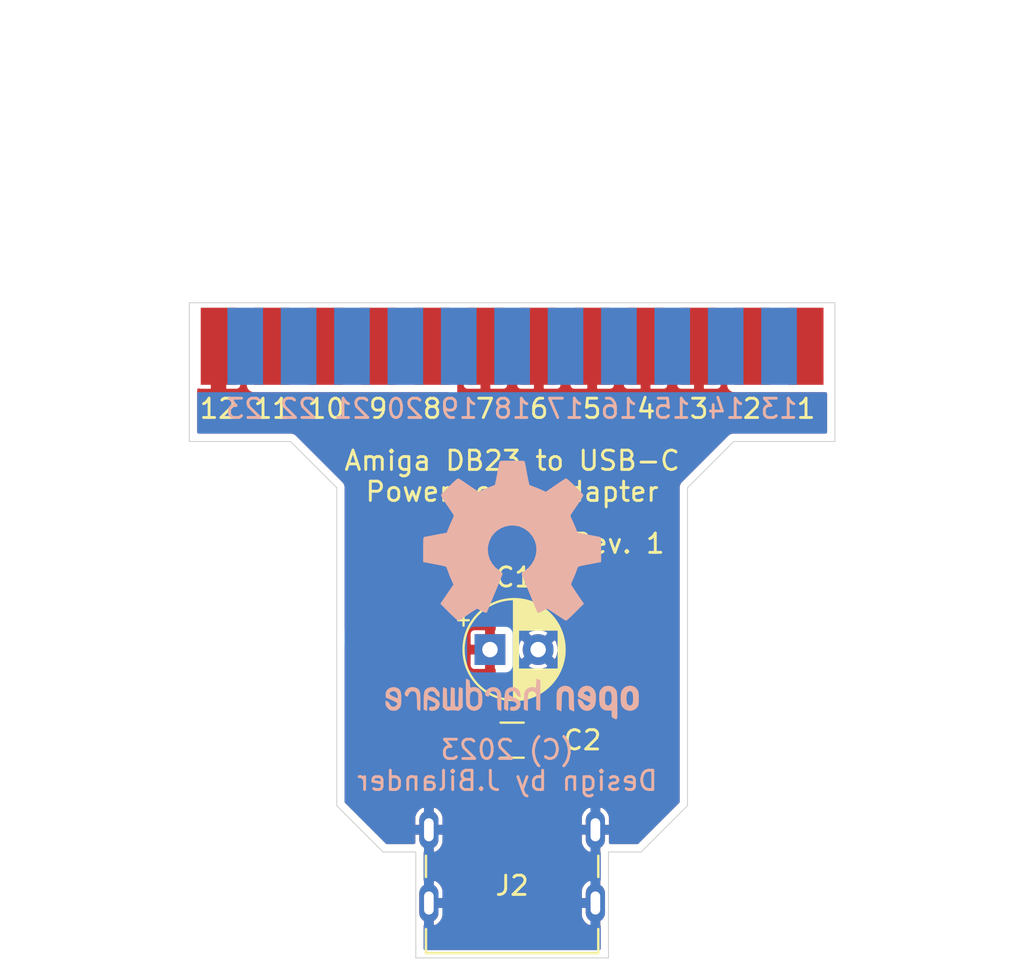
<source format=kicad_pcb>
(kicad_pcb (version 20171130) (host pcbnew "(5.1.6-0)")

  (general
    (thickness 1.6)
    (drawings 42)
    (tracks 15)
    (zones 0)
    (modules 5)
    (nets 22)
  )

  (page A4)
  (layers
    (0 F.Cu signal)
    (31 B.Cu signal)
    (32 B.Adhes user)
    (33 F.Adhes user)
    (34 B.Paste user)
    (35 F.Paste user)
    (36 B.SilkS user)
    (37 F.SilkS user)
    (38 B.Mask user)
    (39 F.Mask user)
    (40 Dwgs.User user)
    (41 Cmts.User user)
    (42 Eco1.User user)
    (43 Eco2.User user)
    (44 Edge.Cuts user)
    (45 Margin user)
    (46 B.CrtYd user)
    (47 F.CrtYd user)
    (48 B.Fab user)
    (49 F.Fab user)
  )

  (setup
    (last_trace_width 0.25)
    (user_trace_width 0.1524)
    (user_trace_width 0.1778)
    (user_trace_width 0.2032)
    (user_trace_width 0.2286)
    (user_trace_width 0.254)
    (user_trace_width 0.381)
    (user_trace_width 0.508)
    (user_trace_width 0.8)
    (user_trace_width 1.27)
    (trace_clearance 0.2)
    (zone_clearance 0.381)
    (zone_45_only no)
    (trace_min 0.1524)
    (via_size 0.8)
    (via_drill 0.4)
    (via_min_size 0.4)
    (via_min_drill 0.3)
    (uvia_size 0.3)
    (uvia_drill 0.1)
    (uvias_allowed no)
    (uvia_min_size 0.2)
    (uvia_min_drill 0.1)
    (edge_width 0.05)
    (segment_width 0.2)
    (pcb_text_width 0.3)
    (pcb_text_size 1.5 1.5)
    (mod_edge_width 0.12)
    (mod_text_size 1 1)
    (mod_text_width 0.15)
    (pad_size 1.7 1.7)
    (pad_drill 1)
    (pad_to_mask_clearance 0.051)
    (solder_mask_min_width 0.25)
    (aux_axis_origin 0 0)
    (grid_origin 89.75 50)
    (visible_elements FFFFFF7F)
    (pcbplotparams
      (layerselection 0x010fc_ffffffff)
      (usegerberextensions false)
      (usegerberattributes false)
      (usegerberadvancedattributes false)
      (creategerberjobfile false)
      (excludeedgelayer true)
      (linewidth 0.100000)
      (plotframeref false)
      (viasonmask false)
      (mode 1)
      (useauxorigin true)
      (hpglpennumber 1)
      (hpglpenspeed 20)
      (hpglpendiameter 15.000000)
      (psnegative false)
      (psa4output false)
      (plotreference true)
      (plotvalue true)
      (plotinvisibletext false)
      (padsonsilk false)
      (subtractmaskfromsilk false)
      (outputformat 1)
      (mirror false)
      (drillshape 0)
      (scaleselection 1)
      (outputdirectory "gerbers_and_drills/"))
  )

  (net 0 "")
  (net 1 GND)
  (net 2 "Net-(J1-Pad8)")
  (net 3 "Net-(J1-Pad9)")
  (net 4 "Net-(J1-Pad14)")
  (net 5 "Net-(J1-Pad15)")
  (net 6 "Net-(J1-Pad21)")
  (net 7 "Net-(J1-Pad13)")
  (net 8 "Net-(J1-Pad16)")
  (net 9 "Net-(J1-Pad17)")
  (net 10 "Net-(J1-Pad18)")
  (net 11 "Net-(J1-Pad19)")
  (net 12 "Net-(J1-Pad20)")
  (net 13 "Net-(J1-Pad22)")
  (net 14 "Net-(J1-Pad23)")
  (net 15 "Net-(J1-Pad1)")
  (net 16 "Net-(J1-Pad2)")
  (net 17 "Net-(J1-Pad10)")
  (net 18 "Net-(J1-Pad11)")
  (net 19 VCC)
  (net 20 "Net-(J2-PadA5)")
  (net 21 "Net-(J2-PadB5)")

  (net_class Default "This is the default net class."
    (clearance 0.2)
    (trace_width 0.25)
    (via_dia 0.8)
    (via_drill 0.4)
    (uvia_dia 0.3)
    (uvia_drill 0.1)
    (add_net GND)
    (add_net "Net-(J1-Pad1)")
    (add_net "Net-(J1-Pad10)")
    (add_net "Net-(J1-Pad11)")
    (add_net "Net-(J1-Pad13)")
    (add_net "Net-(J1-Pad14)")
    (add_net "Net-(J1-Pad15)")
    (add_net "Net-(J1-Pad16)")
    (add_net "Net-(J1-Pad17)")
    (add_net "Net-(J1-Pad18)")
    (add_net "Net-(J1-Pad19)")
    (add_net "Net-(J1-Pad2)")
    (add_net "Net-(J1-Pad20)")
    (add_net "Net-(J1-Pad21)")
    (add_net "Net-(J1-Pad22)")
    (add_net "Net-(J1-Pad23)")
    (add_net "Net-(J1-Pad8)")
    (add_net "Net-(J1-Pad9)")
    (add_net "Net-(J2-PadA5)")
    (add_net "Net-(J2-PadB5)")
    (add_net VCC)
  )

  (module Symbol:OSHW-Logo2_14.6x12mm_SilkScreen (layer B.Cu) (tedit 643A5425) (tstamp 643A76C3)
    (at 106.5 63.75 180)
    (descr "Open Source Hardware Symbol")
    (tags "Logo Symbol OSHW")
    (attr virtual)
    (fp_text reference REF** (at 0 0 180) (layer B.SilkS) hide
      (effects (font (size 1 1) (thickness 0.15)) (justify mirror))
    )
    (fp_text value OSHW-Logo2_14.6x12mm_SilkScreen (at 0.75 0 180) (layer B.Fab) hide
      (effects (font (size 1 1) (thickness 0.15)) (justify mirror))
    )
    (fp_poly (pts (xy 0.209014 5.547002) (xy 0.367006 5.546137) (xy 0.481347 5.543795) (xy 0.559407 5.539238)
      (xy 0.608554 5.53173) (xy 0.636159 5.520534) (xy 0.649592 5.504912) (xy 0.656221 5.484127)
      (xy 0.656865 5.481437) (xy 0.666935 5.432887) (xy 0.685575 5.337095) (xy 0.710845 5.204257)
      (xy 0.740807 5.044569) (xy 0.773522 4.868226) (xy 0.774664 4.862033) (xy 0.807433 4.689218)
      (xy 0.838093 4.536531) (xy 0.864664 4.413129) (xy 0.885167 4.328169) (xy 0.897626 4.29081)
      (xy 0.89822 4.290148) (xy 0.934919 4.271905) (xy 1.010586 4.241503) (xy 1.108878 4.205507)
      (xy 1.109425 4.205315) (xy 1.233233 4.158778) (xy 1.379196 4.099496) (xy 1.516781 4.039891)
      (xy 1.523293 4.036944) (xy 1.74739 3.935235) (xy 2.243619 4.274103) (xy 2.395846 4.377408)
      (xy 2.533741 4.469763) (xy 2.649315 4.545916) (xy 2.734579 4.600615) (xy 2.781544 4.628607)
      (xy 2.786004 4.630683) (xy 2.820134 4.62144) (xy 2.883881 4.576844) (xy 2.979731 4.494791)
      (xy 3.110169 4.373179) (xy 3.243328 4.243795) (xy 3.371694 4.116298) (xy 3.486581 3.999954)
      (xy 3.581073 3.901948) (xy 3.648253 3.829464) (xy 3.681206 3.789687) (xy 3.682432 3.787639)
      (xy 3.686074 3.760344) (xy 3.67235 3.715766) (xy 3.637869 3.647888) (xy 3.579239 3.550689)
      (xy 3.49307 3.418149) (xy 3.3782 3.247524) (xy 3.276254 3.097345) (xy 3.185123 2.96265)
      (xy 3.110073 2.85126) (xy 3.056369 2.770995) (xy 3.02928 2.729675) (xy 3.027574 2.72687)
      (xy 3.030882 2.687279) (xy 3.055953 2.610331) (xy 3.097798 2.510568) (xy 3.112712 2.478709)
      (xy 3.177786 2.336774) (xy 3.247212 2.175727) (xy 3.303609 2.036379) (xy 3.344247 1.932956)
      (xy 3.376526 1.854358) (xy 3.395178 1.81328) (xy 3.397497 1.810115) (xy 3.431803 1.804872)
      (xy 3.512669 1.790506) (xy 3.629343 1.769063) (xy 3.771075 1.742587) (xy 3.92711 1.713123)
      (xy 4.086698 1.682717) (xy 4.239085 1.653412) (xy 4.373521 1.627255) (xy 4.479252 1.60629)
      (xy 4.545526 1.592561) (xy 4.561782 1.58868) (xy 4.578573 1.5791) (xy 4.591249 1.557464)
      (xy 4.600378 1.516469) (xy 4.606531 1.448811) (xy 4.61028 1.347188) (xy 4.612192 1.204297)
      (xy 4.61284 1.012835) (xy 4.612874 0.934355) (xy 4.612874 0.296094) (xy 4.459598 0.26584)
      (xy 4.374322 0.249436) (xy 4.24707 0.225491) (xy 4.093315 0.196893) (xy 3.928534 0.166533)
      (xy 3.882989 0.158194) (xy 3.730932 0.12863) (xy 3.598468 0.099558) (xy 3.496714 0.073671)
      (xy 3.436788 0.053663) (xy 3.426805 0.047699) (xy 3.402293 0.005466) (xy 3.367148 -0.07637)
      (xy 3.328173 -0.181683) (xy 3.320442 -0.204368) (xy 3.26936 -0.345018) (xy 3.205954 -0.503714)
      (xy 3.143904 -0.646225) (xy 3.143598 -0.646886) (xy 3.040267 -0.87044) (xy 3.719961 -1.870232)
      (xy 3.283621 -2.3073) (xy 3.151649 -2.437381) (xy 3.031279 -2.552048) (xy 2.929273 -2.645181)
      (xy 2.852391 -2.710658) (xy 2.807393 -2.742357) (xy 2.800938 -2.744368) (xy 2.76304 -2.728529)
      (xy 2.685708 -2.684496) (xy 2.577389 -2.61749) (xy 2.446532 -2.532734) (xy 2.305052 -2.437816)
      (xy 2.161461 -2.340998) (xy 2.033435 -2.256751) (xy 1.929105 -2.190258) (xy 1.8566 -2.146702)
      (xy 1.824158 -2.131264) (xy 1.784576 -2.144328) (xy 1.709519 -2.17875) (xy 1.614468 -2.22738)
      (xy 1.604392 -2.232785) (xy 1.476391 -2.29698) (xy 1.388618 -2.328463) (xy 1.334028 -2.328798)
      (xy 1.305575 -2.299548) (xy 1.30541 -2.299138) (xy 1.291188 -2.264498) (xy 1.257269 -2.182269)
      (xy 1.206284 -2.058814) (xy 1.140862 -1.900498) (xy 1.063634 -1.713686) (xy 0.977229 -1.504742)
      (xy 0.893551 -1.302446) (xy 0.801588 -1.0792) (xy 0.71715 -0.872392) (xy 0.642769 -0.688362)
      (xy 0.580974 -0.533451) (xy 0.534297 -0.413996) (xy 0.505268 -0.336339) (xy 0.496322 -0.307356)
      (xy 0.518756 -0.27411) (xy 0.577439 -0.221123) (xy 0.655689 -0.162704) (xy 0.878534 0.022048)
      (xy 1.052718 0.233818) (xy 1.176154 0.468144) (xy 1.246754 0.720566) (xy 1.262431 0.986623)
      (xy 1.251036 1.109425) (xy 1.18895 1.364207) (xy 1.082023 1.589199) (xy 0.936889 1.782183)
      (xy 0.760178 1.940939) (xy 0.558522 2.06325) (xy 0.338554 2.146895) (xy 0.106906 2.189656)
      (xy -0.129791 2.189313) (xy -0.364905 2.143648) (xy -0.591804 2.050441) (xy -0.803856 1.907473)
      (xy -0.892364 1.826617) (xy -1.062111 1.618993) (xy -1.180301 1.392105) (xy -1.247722 1.152567)
      (xy -1.26516 0.906993) (xy -1.233402 0.661997) (xy -1.153235 0.424192) (xy -1.025445 0.200193)
      (xy -0.85082 -0.003387) (xy -0.655688 -0.162704) (xy -0.574409 -0.223602) (xy -0.516991 -0.276015)
      (xy -0.496322 -0.307406) (xy -0.507144 -0.341639) (xy -0.537923 -0.423419) (xy -0.586126 -0.546407)
      (xy -0.649222 -0.704263) (xy -0.724678 -0.890649) (xy -0.809962 -1.099226) (xy -0.893781 -1.302496)
      (xy -0.986255 -1.525933) (xy -1.071911 -1.732984) (xy -1.148118 -1.917286) (xy -1.212247 -2.072475)
      (xy -1.261668 -2.192188) (xy -1.293752 -2.270061) (xy -1.305641 -2.299138) (xy -1.333726 -2.328677)
      (xy -1.388051 -2.328591) (xy -1.475605 -2.297326) (xy -1.603381 -2.233329) (xy -1.604392 -2.232785)
      (xy -1.700598 -2.183121) (xy -1.778369 -2.146945) (xy -1.822223 -2.131408) (xy -1.824158 -2.131264)
      (xy -1.857171 -2.147024) (xy -1.930054 -2.19085) (xy -2.034678 -2.257557) (xy -2.16291 -2.341964)
      (xy -2.305052 -2.437816) (xy -2.449767 -2.534867) (xy -2.580196 -2.61927) (xy -2.68789 -2.685801)
      (xy -2.764402 -2.729238) (xy -2.800938 -2.744368) (xy -2.834582 -2.724482) (xy -2.902224 -2.668903)
      (xy -2.997107 -2.583754) (xy -3.11247 -2.475153) (xy -3.241555 -2.349221) (xy -3.283771 -2.307149)
      (xy -3.720261 -1.869931) (xy -3.388023 -1.38234) (xy -3.287054 -1.232605) (xy -3.198438 -1.09822)
      (xy -3.127146 -0.986969) (xy -3.07815 -0.906639) (xy -3.056422 -0.865014) (xy -3.055785 -0.862053)
      (xy -3.06724 -0.822818) (xy -3.098051 -0.743895) (xy -3.142884 -0.638509) (xy -3.174353 -0.567954)
      (xy -3.233192 -0.432876) (xy -3.288604 -0.296409) (xy -3.331564 -0.181103) (xy -3.343234 -0.145977)
      (xy -3.376389 -0.052174) (xy -3.408799 0.020306) (xy -3.426601 0.047699) (xy -3.465886 0.064464)
      (xy -3.551626 0.08823) (xy -3.672697 0.116303) (xy -3.817973 0.145991) (xy -3.882988 0.158194)
      (xy -4.048087 0.188532) (xy -4.206448 0.217907) (xy -4.342596 0.243431) (xy -4.441057 0.262215)
      (xy -4.459598 0.26584) (xy -4.612873 0.296094) (xy -4.612873 0.934355) (xy -4.612529 1.14423)
      (xy -4.611116 1.30302) (xy -4.608064 1.418027) (xy -4.602803 1.496554) (xy -4.594763 1.545904)
      (xy -4.583373 1.573381) (xy -4.568063 1.586287) (xy -4.561782 1.58868) (xy -4.523896 1.597167)
      (xy -4.440195 1.6141) (xy -4.321433 1.637434) (xy -4.178361 1.665125) (xy -4.021732 1.695127)
      (xy -3.862297 1.725396) (xy -3.710809 1.753885) (xy -3.578019 1.778551) (xy -3.474681 1.797349)
      (xy -3.411545 1.808233) (xy -3.397497 1.810115) (xy -3.38477 1.835296) (xy -3.3566 1.902378)
      (xy -3.318252 1.998667) (xy -3.303609 2.036379) (xy -3.244548 2.182079) (xy -3.175 2.343049)
      (xy -3.112712 2.478709) (xy -3.066879 2.582439) (xy -3.036387 2.667674) (xy -3.026208 2.719874)
      (xy -3.027831 2.72687) (xy -3.049343 2.759898) (xy -3.098465 2.833357) (xy -3.169923 2.939423)
      (xy -3.258445 3.070274) (xy -3.358759 3.218088) (xy -3.378594 3.247266) (xy -3.494988 3.420137)
      (xy -3.580548 3.551774) (xy -3.638684 3.648239) (xy -3.672808 3.715592) (xy -3.686331 3.759894)
      (xy -3.682664 3.787206) (xy -3.68257 3.78738) (xy -3.653707 3.823254) (xy -3.589867 3.892609)
      (xy -3.497969 3.988255) (xy -3.384933 4.103001) (xy -3.257679 4.229659) (xy -3.243328 4.243795)
      (xy -3.082957 4.399097) (xy -2.959195 4.51313) (xy -2.869555 4.587998) (xy -2.811552 4.625804)
      (xy -2.786004 4.630683) (xy -2.748718 4.609397) (xy -2.671343 4.560227) (xy -2.561867 4.488425)
      (xy -2.42828 4.399245) (xy -2.27857 4.297937) (xy -2.243618 4.274103) (xy -1.74739 3.935235)
      (xy -1.523293 4.036944) (xy -1.387011 4.096217) (xy -1.240724 4.15583) (xy -1.114965 4.20336)
      (xy -1.109425 4.205315) (xy -1.011057 4.241323) (xy -0.935229 4.271771) (xy -0.898282 4.290095)
      (xy -0.89822 4.290148) (xy -0.886496 4.323271) (xy -0.866568 4.404733) (xy -0.840413 4.525375)
      (xy -0.81001 4.676041) (xy -0.777337 4.847572) (xy -0.774664 4.862033) (xy -0.74189 5.038765)
      (xy -0.711802 5.19919) (xy -0.686339 5.333112) (xy -0.667441 5.430337) (xy -0.657047 5.480668)
      (xy -0.656865 5.481437) (xy -0.650539 5.502847) (xy -0.638239 5.519012) (xy -0.612594 5.530669)
      (xy -0.566235 5.538555) (xy -0.491792 5.543407) (xy -0.381895 5.545961) (xy -0.229175 5.546955)
      (xy -0.026262 5.547126) (xy 0 5.547126) (xy 0.209014 5.547002)) (layer B.SilkS) (width 0.01))
    (fp_poly (pts (xy 6.343439 -6.24254) (xy 6.45895 -6.318034) (xy 6.514664 -6.385617) (xy 6.558804 -6.508255)
      (xy 6.562309 -6.605298) (xy 6.554368 -6.735056) (xy 6.255115 -6.866039) (xy 6.109611 -6.932958)
      (xy 6.014537 -6.98679) (xy 5.965101 -7.033416) (xy 5.956511 -7.07872) (xy 5.983972 -7.128582)
      (xy 6.014253 -7.161632) (xy 6.102363 -7.214633) (xy 6.198196 -7.218347) (xy 6.286212 -7.177041)
      (xy 6.350869 -7.094983) (xy 6.362433 -7.066008) (xy 6.417825 -6.975509) (xy 6.481553 -6.93694)
      (xy 6.568966 -6.903946) (xy 6.568966 -7.029034) (xy 6.561238 -7.114156) (xy 6.530966 -7.185938)
      (xy 6.467518 -7.268356) (xy 6.458088 -7.279066) (xy 6.387513 -7.352391) (xy 6.326847 -7.391742)
      (xy 6.25095 -7.409845) (xy 6.18803 -7.415774) (xy 6.075487 -7.417251) (xy 5.99537 -7.398535)
      (xy 5.94539 -7.370747) (xy 5.866838 -7.309641) (xy 5.812463 -7.243554) (xy 5.778052 -7.160441)
      (xy 5.759388 -7.048254) (xy 5.752256 -6.894946) (xy 5.751687 -6.817136) (xy 5.753622 -6.723853)
      (xy 5.929899 -6.723853) (xy 5.931944 -6.773896) (xy 5.937039 -6.782092) (xy 5.970666 -6.770958)
      (xy 6.04303 -6.741493) (xy 6.139747 -6.699601) (xy 6.159973 -6.690597) (xy 6.282203 -6.628442)
      (xy 6.349547 -6.573815) (xy 6.364348 -6.522649) (xy 6.328947 -6.470876) (xy 6.299711 -6.448)
      (xy 6.194216 -6.40225) (xy 6.095476 -6.409808) (xy 6.012812 -6.465651) (xy 5.955548 -6.564753)
      (xy 5.937188 -6.643414) (xy 5.929899 -6.723853) (xy 5.753622 -6.723853) (xy 5.755459 -6.635351)
      (xy 5.769359 -6.500853) (xy 5.796894 -6.402916) (xy 5.841572 -6.330811) (xy 5.906901 -6.273813)
      (xy 5.935383 -6.255393) (xy 6.064763 -6.207422) (xy 6.206412 -6.204403) (xy 6.343439 -6.24254)) (layer B.SilkS) (width 0.01))
    (fp_poly (pts (xy 5.33569 -6.226018) (xy 5.370585 -6.241269) (xy 5.453877 -6.307235) (xy 5.525103 -6.402618)
      (xy 5.569153 -6.504406) (xy 5.576322 -6.554587) (xy 5.552285 -6.624647) (xy 5.499561 -6.661717)
      (xy 5.443031 -6.684164) (xy 5.417146 -6.6883) (xy 5.404542 -6.658283) (xy 5.379654 -6.592961)
      (xy 5.368735 -6.563445) (xy 5.307508 -6.461348) (xy 5.218861 -6.410423) (xy 5.105193 -6.411989)
      (xy 5.096774 -6.413994) (xy 5.036088 -6.442767) (xy 4.991474 -6.498859) (xy 4.961002 -6.589163)
      (xy 4.942744 -6.720571) (xy 4.934771 -6.899974) (xy 4.934023 -6.995433) (xy 4.933652 -7.145913)
      (xy 4.931223 -7.248495) (xy 4.92476 -7.313672) (xy 4.912288 -7.351938) (xy 4.891833 -7.373785)
      (xy 4.861419 -7.389707) (xy 4.859661 -7.390509) (xy 4.801091 -7.415272) (xy 4.772075 -7.424391)
      (xy 4.767616 -7.396822) (xy 4.763799 -7.32062) (xy 4.760899 -7.205541) (xy 4.759191 -7.061341)
      (xy 4.758851 -6.955814) (xy 4.760588 -6.751613) (xy 4.767382 -6.596697) (xy 4.781607 -6.482024)
      (xy 4.805638 -6.398551) (xy 4.841848 -6.337236) (xy 4.892612 -6.289034) (xy 4.942739 -6.255393)
      (xy 5.063275 -6.210619) (xy 5.203557 -6.200521) (xy 5.33569 -6.226018)) (layer B.SilkS) (width 0.01))
    (fp_poly (pts (xy 4.314406 -6.221156) (xy 4.398469 -6.259393) (xy 4.46445 -6.305726) (xy 4.512794 -6.357532)
      (xy 4.546172 -6.424363) (xy 4.567253 -6.515769) (xy 4.578707 -6.641301) (xy 4.583203 -6.810508)
      (xy 4.583678 -6.921933) (xy 4.583678 -7.356627) (xy 4.509316 -7.390509) (xy 4.450746 -7.415272)
      (xy 4.42173 -7.424391) (xy 4.416179 -7.397257) (xy 4.411775 -7.324094) (xy 4.409078 -7.217263)
      (xy 4.408506 -7.132437) (xy 4.406046 -7.009887) (xy 4.399412 -6.912668) (xy 4.389726 -6.853134)
      (xy 4.382032 -6.840483) (xy 4.330311 -6.853402) (xy 4.249117 -6.886539) (xy 4.155102 -6.931461)
      (xy 4.064917 -6.979735) (xy 3.995215 -7.022928) (xy 3.962648 -7.052608) (xy 3.962519 -7.052929)
      (xy 3.96532 -7.107857) (xy 3.990439 -7.160292) (xy 4.034541 -7.202881) (xy 4.098909 -7.217126)
      (xy 4.153921 -7.215466) (xy 4.231835 -7.214245) (xy 4.272732 -7.232498) (xy 4.297295 -7.280726)
      (xy 4.300392 -7.28982) (xy 4.31104 -7.358598) (xy 4.282565 -7.40036) (xy 4.208344 -7.420263)
      (xy 4.128168 -7.423944) (xy 3.98389 -7.396658) (xy 3.909203 -7.35769) (xy 3.816963 -7.266148)
      (xy 3.768043 -7.153782) (xy 3.763654 -7.035051) (xy 3.805001 -6.924411) (xy 3.867197 -6.85508)
      (xy 3.929294 -6.816265) (xy 4.026895 -6.767125) (xy 4.140632 -6.717292) (xy 4.15959 -6.709677)
      (xy 4.284521 -6.654545) (xy 4.356539 -6.605954) (xy 4.3797 -6.557647) (xy 4.358064 -6.50337)
      (xy 4.32092 -6.460943) (xy 4.233127 -6.408702) (xy 4.13653 -6.404784) (xy 4.047944 -6.445041)
      (xy 3.984186 -6.525326) (xy 3.975817 -6.54604) (xy 3.927096 -6.622225) (xy 3.855965 -6.678785)
      (xy 3.766207 -6.725201) (xy 3.766207 -6.593584) (xy 3.77149 -6.513168) (xy 3.794142 -6.449786)
      (xy 3.844367 -6.382163) (xy 3.892582 -6.330076) (xy 3.967554 -6.256322) (xy 4.025806 -6.216702)
      (xy 4.088372 -6.20081) (xy 4.159193 -6.198184) (xy 4.314406 -6.221156)) (layer B.SilkS) (width 0.01))
    (fp_poly (pts (xy 3.580124 -6.22584) (xy 3.584579 -6.302653) (xy 3.588071 -6.419391) (xy 3.590315 -6.566821)
      (xy 3.591035 -6.721455) (xy 3.591035 -7.244727) (xy 3.498645 -7.337117) (xy 3.434978 -7.394047)
      (xy 3.379089 -7.417107) (xy 3.302702 -7.415647) (xy 3.27238 -7.411934) (xy 3.17761 -7.401126)
      (xy 3.099222 -7.394933) (xy 3.080115 -7.394361) (xy 3.015699 -7.398102) (xy 2.923571 -7.407494)
      (xy 2.88785 -7.411934) (xy 2.800114 -7.418801) (xy 2.741153 -7.403885) (xy 2.68269 -7.357835)
      (xy 2.661585 -7.337117) (xy 2.569195 -7.244727) (xy 2.569195 -6.265947) (xy 2.643558 -6.232066)
      (xy 2.70759 -6.20697) (xy 2.745052 -6.198184) (xy 2.754657 -6.22595) (xy 2.763635 -6.30353)
      (xy 2.771386 -6.422348) (xy 2.777314 -6.573828) (xy 2.780173 -6.701805) (xy 2.788161 -7.205425)
      (xy 2.857848 -7.215278) (xy 2.921229 -7.208389) (xy 2.952286 -7.186083) (xy 2.960967 -7.144379)
      (xy 2.968378 -7.055544) (xy 2.973931 -6.930834) (xy 2.977036 -6.781507) (xy 2.977484 -6.704661)
      (xy 2.977931 -6.262287) (xy 3.069874 -6.230235) (xy 3.134949 -6.208443) (xy 3.170347 -6.198281)
      (xy 3.171368 -6.198184) (xy 3.17492 -6.225809) (xy 3.178823 -6.302411) (xy 3.182751 -6.418579)
      (xy 3.186376 -6.564904) (xy 3.188908 -6.701805) (xy 3.196897 -7.205425) (xy 3.372069 -7.205425)
      (xy 3.380107 -6.745965) (xy 3.388146 -6.286505) (xy 3.473543 -6.242344) (xy 3.536593 -6.212019)
      (xy 3.57391 -6.198258) (xy 3.574987 -6.198184) (xy 3.580124 -6.22584)) (layer B.SilkS) (width 0.01))
    (fp_poly (pts (xy 2.393914 -6.440455) (xy 2.393543 -6.658661) (xy 2.392108 -6.826519) (xy 2.389002 -6.95207)
      (xy 2.383622 -7.043355) (xy 2.375362 -7.108415) (xy 2.363616 -7.155291) (xy 2.347781 -7.192024)
      (xy 2.33579 -7.212991) (xy 2.23649 -7.326694) (xy 2.110588 -7.397965) (xy 1.971291 -7.423538)
      (xy 1.831805 -7.40015) (xy 1.748743 -7.358119) (xy 1.661545 -7.285411) (xy 1.602117 -7.196612)
      (xy 1.566261 -7.08032) (xy 1.549781 -6.925135) (xy 1.547447 -6.811287) (xy 1.547761 -6.803106)
      (xy 1.751724 -6.803106) (xy 1.75297 -6.933657) (xy 1.758678 -7.02008) (xy 1.771804 -7.076618)
      (xy 1.795306 -7.117514) (xy 1.823386 -7.148362) (xy 1.917688 -7.207905) (xy 2.01894 -7.212992)
      (xy 2.114636 -7.163279) (xy 2.122084 -7.156543) (xy 2.153874 -7.121502) (xy 2.173808 -7.079811)
      (xy 2.1846 -7.017762) (xy 2.188965 -6.921644) (xy 2.189655 -6.815379) (xy 2.188159 -6.68188)
      (xy 2.181964 -6.592822) (xy 2.168514 -6.534293) (xy 2.145251 -6.492382) (xy 2.126175 -6.470123)
      (xy 2.037563 -6.413985) (xy 1.935508 -6.407235) (xy 1.838095 -6.450114) (xy 1.819296 -6.466032)
      (xy 1.787293 -6.501382) (xy 1.767318 -6.543502) (xy 1.756593 -6.606251) (xy 1.752339 -6.703487)
      (xy 1.751724 -6.803106) (xy 1.547761 -6.803106) (xy 1.554504 -6.627947) (xy 1.578472 -6.490195)
      (xy 1.623548 -6.386632) (xy 1.693928 -6.305856) (xy 1.748743 -6.264455) (xy 1.848376 -6.219728)
      (xy 1.963855 -6.198967) (xy 2.071199 -6.204525) (xy 2.131264 -6.226943) (xy 2.154835 -6.233323)
      (xy 2.170477 -6.209535) (xy 2.181395 -6.145788) (xy 2.189655 -6.048687) (xy 2.198699 -5.940541)
      (xy 2.211261 -5.875475) (xy 2.234119 -5.838268) (xy 2.274051 -5.813699) (xy 2.299138 -5.802819)
      (xy 2.394023 -5.763072) (xy 2.393914 -6.440455)) (layer B.SilkS) (width 0.01))
    (fp_poly (pts (xy 1.065943 -6.20792) (xy 1.198565 -6.256859) (xy 1.30601 -6.343419) (xy 1.348032 -6.404352)
      (xy 1.393843 -6.516161) (xy 1.392891 -6.597006) (xy 1.344808 -6.651378) (xy 1.327017 -6.660624)
      (xy 1.250204 -6.68945) (xy 1.210976 -6.682065) (xy 1.197689 -6.633658) (xy 1.197012 -6.60692)
      (xy 1.172686 -6.508548) (xy 1.109281 -6.439734) (xy 1.021154 -6.406498) (xy 0.922663 -6.414861)
      (xy 0.842602 -6.458296) (xy 0.815561 -6.483072) (xy 0.796394 -6.513129) (xy 0.783446 -6.558565)
      (xy 0.775064 -6.629476) (xy 0.769593 -6.73596) (xy 0.765378 -6.888112) (xy 0.764287 -6.936287)
      (xy 0.760307 -7.101095) (xy 0.755781 -7.217088) (xy 0.748995 -7.293833) (xy 0.738231 -7.340893)
      (xy 0.721773 -7.367835) (xy 0.697906 -7.384223) (xy 0.682626 -7.391463) (xy 0.617733 -7.41622)
      (xy 0.579534 -7.424391) (xy 0.566912 -7.397103) (xy 0.559208 -7.314603) (xy 0.55638 -7.175941)
      (xy 0.558386 -6.980162) (xy 0.559011 -6.949965) (xy 0.563421 -6.771349) (xy 0.568635 -6.640923)
      (xy 0.576055 -6.548492) (xy 0.587082 -6.483858) (xy 0.603117 -6.436825) (xy 0.625561 -6.397196)
      (xy 0.637302 -6.380215) (xy 0.704619 -6.30508) (xy 0.77991 -6.246638) (xy 0.789128 -6.241536)
      (xy 0.924133 -6.20126) (xy 1.065943 -6.20792)) (layer B.SilkS) (width 0.01))
    (fp_poly (pts (xy 0.079944 -6.21036) (xy 0.194343 -6.252842) (xy 0.195652 -6.253658) (xy 0.266403 -6.30573)
      (xy 0.318636 -6.366584) (xy 0.355371 -6.445887) (xy 0.379634 -6.553309) (xy 0.394445 -6.698517)
      (xy 0.402829 -6.891179) (xy 0.403564 -6.918628) (xy 0.41412 -7.332521) (xy 0.325291 -7.378456)
      (xy 0.261018 -7.409498) (xy 0.22221 -7.424206) (xy 0.220415 -7.424391) (xy 0.2137 -7.39725)
      (xy 0.208365 -7.324041) (xy 0.205083 -7.217081) (xy 0.204368 -7.130469) (xy 0.204351 -6.990162)
      (xy 0.197937 -6.902051) (xy 0.17558 -6.860025) (xy 0.127732 -6.857975) (xy 0.044849 -6.88979)
      (xy -0.080287 -6.948272) (xy -0.172303 -6.996845) (xy -0.219629 -7.038986) (xy -0.233542 -7.084916)
      (xy -0.233563 -7.087189) (xy -0.210605 -7.166311) (xy -0.14263 -7.209055) (xy -0.038602 -7.215246)
      (xy 0.03633 -7.214172) (xy 0.075839 -7.235753) (xy 0.100478 -7.287591) (xy 0.114659 -7.353632)
      (xy 0.094223 -7.391104) (xy 0.086528 -7.396467) (xy 0.014083 -7.418006) (xy -0.087367 -7.421055)
      (xy -0.191843 -7.406778) (xy -0.265875 -7.380688) (xy -0.368228 -7.293785) (xy -0.426409 -7.172816)
      (xy -0.437931 -7.078308) (xy -0.429138 -6.993062) (xy -0.39732 -6.923476) (xy -0.334316 -6.861672)
      (xy -0.231969 -6.799772) (xy -0.082118 -6.729897) (xy -0.072988 -6.725948) (xy 0.061997 -6.663588)
      (xy 0.145294 -6.612446) (xy 0.180997 -6.566488) (xy 0.173203 -6.519683) (xy 0.126007 -6.465998)
      (xy 0.111894 -6.453644) (xy 0.017359 -6.405741) (xy -0.080594 -6.407758) (xy -0.165903 -6.454724)
      (xy -0.222504 -6.541669) (xy -0.227763 -6.558734) (xy -0.278977 -6.641504) (xy -0.343963 -6.681372)
      (xy -0.437931 -6.720882) (xy -0.437931 -6.618658) (xy -0.409347 -6.470072) (xy -0.324505 -6.333784)
      (xy -0.280355 -6.288191) (xy -0.179995 -6.229674) (xy -0.052365 -6.203184) (xy 0.079944 -6.21036)) (layer B.SilkS) (width 0.01))
    (fp_poly (pts (xy -1.255402 -6.009857) (xy -1.246846 -6.129188) (xy -1.237019 -6.199506) (xy -1.223401 -6.230179)
      (xy -1.203473 -6.230571) (xy -1.197011 -6.22691) (xy -1.11106 -6.200398) (xy -0.999255 -6.201946)
      (xy -0.885586 -6.229199) (xy -0.81449 -6.264455) (xy -0.741595 -6.320778) (xy -0.688307 -6.384519)
      (xy -0.651725 -6.46551) (xy -0.62895 -6.573586) (xy -0.617081 -6.71858) (xy -0.613218 -6.910326)
      (xy -0.613149 -6.947109) (xy -0.613103 -7.360288) (xy -0.705046 -7.392339) (xy -0.770348 -7.414144)
      (xy -0.806176 -7.424297) (xy -0.80723 -7.424391) (xy -0.810758 -7.39686) (xy -0.813761 -7.320923)
      (xy -0.81601 -7.206565) (xy -0.817276 -7.063769) (xy -0.817471 -6.976951) (xy -0.817877 -6.805773)
      (xy -0.819968 -6.683088) (xy -0.825053 -6.599) (xy -0.83444 -6.543614) (xy -0.849439 -6.507032)
      (xy -0.871358 -6.479359) (xy -0.885043 -6.466032) (xy -0.979051 -6.412328) (xy -1.081636 -6.408307)
      (xy -1.17471 -6.453725) (xy -1.191922 -6.470123) (xy -1.217168 -6.500957) (xy -1.23468 -6.537531)
      (xy -1.245858 -6.590415) (xy -1.252104 -6.670177) (xy -1.254818 -6.787385) (xy -1.255402 -6.948991)
      (xy -1.255402 -7.360288) (xy -1.347345 -7.392339) (xy -1.412647 -7.414144) (xy -1.448475 -7.424297)
      (xy -1.449529 -7.424391) (xy -1.452225 -7.396448) (xy -1.454655 -7.31763) (xy -1.456722 -7.195453)
      (xy -1.458329 -7.037432) (xy -1.459377 -6.851083) (xy -1.459769 -6.64392) (xy -1.45977 -6.634706)
      (xy -1.45977 -5.84502) (xy -1.364885 -5.804997) (xy -1.27 -5.764973) (xy -1.255402 -6.009857)) (layer B.SilkS) (width 0.01))
    (fp_poly (pts (xy -3.684448 -6.170676) (xy -3.569342 -6.248111) (xy -3.480389 -6.359949) (xy -3.427251 -6.502265)
      (xy -3.416503 -6.607015) (xy -3.417724 -6.650726) (xy -3.427944 -6.684194) (xy -3.456039 -6.714179)
      (xy -3.510884 -6.74744) (xy -3.601355 -6.790738) (xy -3.736328 -6.850833) (xy -3.737011 -6.851134)
      (xy -3.861249 -6.908037) (xy -3.963127 -6.958565) (xy -4.032233 -6.99728) (xy -4.058154 -7.01874)
      (xy -4.058161 -7.018913) (xy -4.035315 -7.065644) (xy -3.981891 -7.117154) (xy -3.920558 -7.154261)
      (xy -3.889485 -7.161632) (xy -3.804711 -7.136138) (xy -3.731707 -7.072291) (xy -3.696087 -7.002094)
      (xy -3.66182 -6.950343) (xy -3.594697 -6.891409) (xy -3.515792 -6.840496) (xy -3.446179 -6.812809)
      (xy -3.431623 -6.811287) (xy -3.415237 -6.836321) (xy -3.41425 -6.900311) (xy -3.426292 -6.986593)
      (xy -3.448993 -7.078501) (xy -3.479986 -7.159369) (xy -3.481552 -7.162509) (xy -3.574819 -7.292734)
      (xy -3.695696 -7.381311) (xy -3.832973 -7.424786) (xy -3.97544 -7.419706) (xy -4.111888 -7.362616)
      (xy -4.117955 -7.358602) (xy -4.22529 -7.261326) (xy -4.295868 -7.134409) (xy -4.334926 -6.967526)
      (xy -4.340168 -6.920639) (xy -4.349452 -6.699329) (xy -4.338322 -6.596124) (xy -4.058161 -6.596124)
      (xy -4.054521 -6.660503) (xy -4.034611 -6.679291) (xy -3.984974 -6.665235) (xy -3.906733 -6.632009)
      (xy -3.819274 -6.590359) (xy -3.817101 -6.589256) (xy -3.74297 -6.550265) (xy -3.713219 -6.524244)
      (xy -3.720555 -6.496965) (xy -3.751447 -6.461121) (xy -3.83004 -6.409251) (xy -3.914677 -6.405439)
      (xy -3.990597 -6.443189) (xy -4.043035 -6.516001) (xy -4.058161 -6.596124) (xy -4.338322 -6.596124)
      (xy -4.330356 -6.522261) (xy -4.281366 -6.381829) (xy -4.213164 -6.283447) (xy -4.090065 -6.18403)
      (xy -3.954472 -6.134711) (xy -3.816045 -6.131568) (xy -3.684448 -6.170676)) (layer B.SilkS) (width 0.01))
    (fp_poly (pts (xy -5.951779 -6.152015) (xy -5.814939 -6.223968) (xy -5.713949 -6.339766) (xy -5.678075 -6.414213)
      (xy -5.650161 -6.525992) (xy -5.635871 -6.667227) (xy -5.634516 -6.821371) (xy -5.645405 -6.971879)
      (xy -5.667847 -7.102205) (xy -5.70115 -7.195803) (xy -5.711385 -7.211922) (xy -5.832618 -7.332249)
      (xy -5.976613 -7.404317) (xy -6.132861 -7.425408) (xy -6.290852 -7.392802) (xy -6.33482 -7.373253)
      (xy -6.420444 -7.313012) (xy -6.495592 -7.233135) (xy -6.502694 -7.223004) (xy -6.531561 -7.174181)
      (xy -6.550643 -7.12199) (xy -6.561916 -7.053285) (xy -6.567355 -6.954918) (xy -6.568938 -6.813744)
      (xy -6.568965 -6.782092) (xy -6.568893 -6.772019) (xy -6.277011 -6.772019) (xy -6.275313 -6.905256)
      (xy -6.268628 -6.993674) (xy -6.254575 -7.050785) (xy -6.230771 -7.090102) (xy -6.218621 -7.103241)
      (xy -6.148764 -7.153172) (xy -6.080941 -7.150895) (xy -6.012365 -7.107584) (xy -5.971465 -7.061346)
      (xy -5.947242 -6.993857) (xy -5.933639 -6.887433) (xy -5.932706 -6.87502) (xy -5.930384 -6.682147)
      (xy -5.95465 -6.5389) (xy -6.005176 -6.44616) (xy -6.081632 -6.404807) (xy -6.108924 -6.402552)
      (xy -6.180589 -6.413893) (xy -6.22961 -6.453184) (xy -6.259582 -6.528326) (xy -6.274101 -6.647222)
      (xy -6.277011 -6.772019) (xy -6.568893 -6.772019) (xy -6.567878 -6.631659) (xy -6.563312 -6.526549)
      (xy -6.553312 -6.453714) (xy -6.535921 -6.400108) (xy -6.509184 -6.352681) (xy -6.503276 -6.343864)
      (xy -6.403968 -6.225007) (xy -6.295758 -6.156008) (xy -6.164019 -6.128619) (xy -6.119283 -6.127281)
      (xy -5.951779 -6.152015)) (layer B.SilkS) (width 0.01))
    (fp_poly (pts (xy -2.582571 -6.163719) (xy -2.488877 -6.217914) (xy -2.423736 -6.271707) (xy -2.376093 -6.328066)
      (xy -2.343272 -6.396987) (xy -2.322594 -6.488468) (xy -2.31138 -6.612506) (xy -2.306951 -6.779098)
      (xy -2.306437 -6.898851) (xy -2.306437 -7.339659) (xy -2.430517 -7.395283) (xy -2.554598 -7.450907)
      (xy -2.569195 -6.968095) (xy -2.575227 -6.787779) (xy -2.581555 -6.656901) (xy -2.589394 -6.566511)
      (xy -2.599963 -6.507664) (xy -2.614477 -6.471413) (xy -2.634152 -6.44881) (xy -2.640465 -6.443917)
      (xy -2.736112 -6.405706) (xy -2.832793 -6.420827) (xy -2.890345 -6.460943) (xy -2.913755 -6.48937)
      (xy -2.929961 -6.526672) (xy -2.940259 -6.583223) (xy -2.945951 -6.669394) (xy -2.948336 -6.795558)
      (xy -2.948736 -6.927042) (xy -2.948814 -7.091999) (xy -2.951639 -7.208761) (xy -2.961093 -7.28751)
      (xy -2.98106 -7.338431) (xy -3.015424 -7.371706) (xy -3.068068 -7.39752) (xy -3.138383 -7.424344)
      (xy -3.21518 -7.453542) (xy -3.206038 -6.935346) (xy -3.202357 -6.748539) (xy -3.19805 -6.61049)
      (xy -3.191877 -6.511568) (xy -3.182598 -6.442145) (xy -3.168973 -6.39259) (xy -3.149761 -6.353273)
      (xy -3.126598 -6.318584) (xy -3.014848 -6.20777) (xy -2.878487 -6.143689) (xy -2.730175 -6.128339)
      (xy -2.582571 -6.163719)) (layer B.SilkS) (width 0.01))
    (fp_poly (pts (xy -4.8281 -6.147903) (xy -4.71655 -6.203522) (xy -4.618092 -6.305931) (xy -4.590977 -6.343864)
      (xy -4.561438 -6.3935) (xy -4.542272 -6.447412) (xy -4.531307 -6.519364) (xy -4.526371 -6.623122)
      (xy -4.525287 -6.760101) (xy -4.530182 -6.947815) (xy -4.547196 -7.088758) (xy -4.579823 -7.193908)
      (xy -4.631558 -7.274243) (xy -4.705896 -7.340741) (xy -4.711358 -7.344678) (xy -4.78462 -7.384953)
      (xy -4.87284 -7.40488) (xy -4.985038 -7.409793) (xy -5.167433 -7.409793) (xy -5.167509 -7.586857)
      (xy -5.169207 -7.68547) (xy -5.17955 -7.743314) (xy -5.206578 -7.778006) (xy -5.258332 -7.807164)
      (xy -5.270761 -7.813121) (xy -5.328923 -7.841039) (xy -5.373956 -7.858672) (xy -5.407441 -7.860194)
      (xy -5.430962 -7.839781) (xy -5.4461 -7.791607) (xy -5.454437 -7.709846) (xy -5.457556 -7.588672)
      (xy -5.45704 -7.42226) (xy -5.454471 -7.204785) (xy -5.453668 -7.139736) (xy -5.450778 -6.915502)
      (xy -5.448188 -6.768821) (xy -5.167586 -6.768821) (xy -5.166009 -6.893326) (xy -5.159 -6.974787)
      (xy -5.143142 -7.028515) (xy -5.115019 -7.069823) (xy -5.095925 -7.089971) (xy -5.017865 -7.148921)
      (xy -4.948753 -7.15372) (xy -4.87744 -7.105038) (xy -4.875632 -7.103241) (xy -4.846617 -7.065618)
      (xy -4.828967 -7.014484) (xy -4.820064 -6.935738) (xy -4.817291 -6.815276) (xy -4.817241 -6.788588)
      (xy -4.823942 -6.622583) (xy -4.845752 -6.507505) (xy -4.885235 -6.437254) (xy -4.944956 -6.405729)
      (xy -4.979472 -6.402552) (xy -5.061389 -6.41746) (xy -5.117579 -6.466548) (xy -5.151402 -6.556362)
      (xy -5.16622 -6.693445) (xy -5.167586 -6.768821) (xy -5.448188 -6.768821) (xy -5.447713 -6.741952)
      (xy -5.443753 -6.611382) (xy -5.438174 -6.516087) (xy -5.430254 -6.448364) (xy -5.419269 -6.400507)
      (xy -5.404499 -6.364813) (xy -5.385218 -6.333578) (xy -5.376951 -6.321824) (xy -5.267288 -6.210797)
      (xy -5.128635 -6.147847) (xy -4.968246 -6.130297) (xy -4.8281 -6.147903)) (layer B.SilkS) (width 0.01))
  )

  (module Amiga_DB23_to_USB_C_power_only_adapter:DSUB-23_Male_EdgeMount_P2.77mm (layer F.Cu) (tedit 6439BE20) (tstamp 6437FFA0)
    (at 106.5 52 180)
    (descr "23-pin D-Sub connector, solder-cups edge-mounted, female, x-pin-pitch 2.77mm")
    (tags "23-pin D-Sub connector edge mount solder cup female x-pin-pitch 2.77mm")
    (path /64806F8F)
    (attr smd)
    (fp_text reference J1 (at -19.158333 0) (layer F.SilkS) hide
      (effects (font (size 1 1) (thickness 0.15)))
    )
    (fp_text value DB23_Male (at 0 16.86) (layer F.Fab)
      (effects (font (size 1 1) (thickness 0.15)))
    )
    (fp_line (start 14.635 -0.91) (end 14.635 1.99) (layer F.Fab) (width 0.1))
    (fp_line (start 14.635 1.99) (end 15.835 1.99) (layer F.Fab) (width 0.1))
    (fp_line (start 15.835 1.99) (end 15.835 -0.91) (layer F.Fab) (width 0.1))
    (fp_line (start 15.835 -0.91) (end 14.635 -0.91) (layer F.Fab) (width 0.1))
    (fp_line (start 11.865 -0.91) (end 11.865 1.99) (layer F.Fab) (width 0.1))
    (fp_line (start 11.865 1.99) (end 13.065 1.99) (layer F.Fab) (width 0.1))
    (fp_line (start 13.065 1.99) (end 13.065 -0.91) (layer F.Fab) (width 0.1))
    (fp_line (start 13.065 -0.91) (end 11.865 -0.91) (layer F.Fab) (width 0.1))
    (fp_line (start 9.095 -0.91) (end 9.095 1.99) (layer F.Fab) (width 0.1))
    (fp_line (start 9.095 1.99) (end 10.295 1.99) (layer F.Fab) (width 0.1))
    (fp_line (start 10.295 1.99) (end 10.295 -0.91) (layer F.Fab) (width 0.1))
    (fp_line (start 10.295 -0.91) (end 9.095 -0.91) (layer F.Fab) (width 0.1))
    (fp_line (start 6.325 -0.91) (end 6.325 1.99) (layer F.Fab) (width 0.1))
    (fp_line (start 6.325 1.99) (end 7.525 1.99) (layer F.Fab) (width 0.1))
    (fp_line (start 7.525 1.99) (end 7.525 -0.91) (layer F.Fab) (width 0.1))
    (fp_line (start 7.525 -0.91) (end 6.325 -0.91) (layer F.Fab) (width 0.1))
    (fp_line (start 3.555 -0.91) (end 3.555 1.99) (layer F.Fab) (width 0.1))
    (fp_line (start 3.555 1.99) (end 4.755 1.99) (layer F.Fab) (width 0.1))
    (fp_line (start 4.755 1.99) (end 4.755 -0.91) (layer F.Fab) (width 0.1))
    (fp_line (start 4.755 -0.91) (end 3.555 -0.91) (layer F.Fab) (width 0.1))
    (fp_line (start 0.785 -0.91) (end 0.785 1.99) (layer F.Fab) (width 0.1))
    (fp_line (start 0.785 1.99) (end 1.985 1.99) (layer F.Fab) (width 0.1))
    (fp_line (start 1.985 1.99) (end 1.985 -0.91) (layer F.Fab) (width 0.1))
    (fp_line (start 1.985 -0.91) (end 0.785 -0.91) (layer F.Fab) (width 0.1))
    (fp_line (start -0.6 1.99) (end 0.6 1.99) (layer F.Fab) (width 0.1))
    (fp_line (start -1.985 -0.91) (end -1.985 1.99) (layer F.Fab) (width 0.1))
    (fp_line (start -1.985 1.99) (end -0.785 1.99) (layer F.Fab) (width 0.1))
    (fp_line (start -0.785 1.99) (end -0.785 -0.91) (layer F.Fab) (width 0.1))
    (fp_line (start -0.785 -0.91) (end -1.985 -0.91) (layer F.Fab) (width 0.1))
    (fp_line (start -4.755 -0.91) (end -4.755 1.99) (layer F.Fab) (width 0.1))
    (fp_line (start -4.755 1.99) (end -3.555 1.99) (layer F.Fab) (width 0.1))
    (fp_line (start -3.555 1.99) (end -3.555 -0.91) (layer F.Fab) (width 0.1))
    (fp_line (start -3.555 -0.91) (end -4.755 -0.91) (layer F.Fab) (width 0.1))
    (fp_line (start -7.525 -0.91) (end -7.525 1.99) (layer F.Fab) (width 0.1))
    (fp_line (start -7.525 1.99) (end -6.325 1.99) (layer F.Fab) (width 0.1))
    (fp_line (start -6.325 1.99) (end -6.325 -0.91) (layer F.Fab) (width 0.1))
    (fp_line (start -6.325 -0.91) (end -7.525 -0.91) (layer F.Fab) (width 0.1))
    (fp_line (start -10.295 -0.91) (end -10.295 1.99) (layer F.Fab) (width 0.1))
    (fp_line (start -10.295 1.99) (end -9.095 1.99) (layer F.Fab) (width 0.1))
    (fp_line (start -9.095 1.99) (end -9.095 -0.91) (layer F.Fab) (width 0.1))
    (fp_line (start -9.095 -0.91) (end -10.295 -0.91) (layer F.Fab) (width 0.1))
    (fp_line (start -13.065 -0.91) (end -13.065 1.99) (layer F.Fab) (width 0.1))
    (fp_line (start -13.065 1.99) (end -11.865 1.99) (layer F.Fab) (width 0.1))
    (fp_line (start -11.865 1.99) (end -11.865 -0.91) (layer F.Fab) (width 0.1))
    (fp_line (start -11.865 -0.91) (end -13.065 -0.91) (layer F.Fab) (width 0.1))
    (fp_line (start -15.835 -0.91) (end -15.835 1.99) (layer F.Fab) (width 0.1))
    (fp_line (start -15.835 1.99) (end -14.635 1.99) (layer F.Fab) (width 0.1))
    (fp_line (start -14.635 1.99) (end -14.635 -0.91) (layer F.Fab) (width 0.1))
    (fp_line (start -14.635 -0.91) (end -15.835 -0.91) (layer F.Fab) (width 0.1))
    (fp_line (start 13.25 -0.91) (end 13.25 1.99) (layer B.Fab) (width 0.1))
    (fp_line (start 13.25 1.99) (end 14.45 1.99) (layer B.Fab) (width 0.1))
    (fp_line (start 14.45 1.99) (end 14.45 -0.91) (layer B.Fab) (width 0.1))
    (fp_line (start 14.45 -0.91) (end 13.25 -0.91) (layer B.Fab) (width 0.1))
    (fp_line (start 10.48 -0.91) (end 10.48 1.99) (layer B.Fab) (width 0.1))
    (fp_line (start 10.48 1.99) (end 11.68 1.99) (layer B.Fab) (width 0.1))
    (fp_line (start 11.68 1.99) (end 11.68 -0.91) (layer B.Fab) (width 0.1))
    (fp_line (start 11.68 -0.91) (end 10.48 -0.91) (layer B.Fab) (width 0.1))
    (fp_line (start 7.71 -0.91) (end 7.71 1.99) (layer B.Fab) (width 0.1))
    (fp_line (start 7.71 1.99) (end 8.91 1.99) (layer B.Fab) (width 0.1))
    (fp_line (start 8.91 1.99) (end 8.91 -0.91) (layer B.Fab) (width 0.1))
    (fp_line (start 8.91 -0.91) (end 7.71 -0.91) (layer B.Fab) (width 0.1))
    (fp_line (start 4.94 -0.91) (end 4.94 1.99) (layer B.Fab) (width 0.1))
    (fp_line (start 4.94 1.99) (end 6.14 1.99) (layer B.Fab) (width 0.1))
    (fp_line (start 6.14 1.99) (end 6.14 -0.91) (layer B.Fab) (width 0.1))
    (fp_line (start 6.14 -0.91) (end 4.94 -0.91) (layer B.Fab) (width 0.1))
    (fp_line (start 2.17 -0.91) (end 2.17 1.99) (layer B.Fab) (width 0.1))
    (fp_line (start 2.17 1.99) (end 3.37 1.99) (layer B.Fab) (width 0.1))
    (fp_line (start 3.37 1.99) (end 3.37 -0.91) (layer B.Fab) (width 0.1))
    (fp_line (start 3.37 -0.91) (end 2.17 -0.91) (layer B.Fab) (width 0.1))
    (fp_line (start -0.6 -0.91) (end -0.6 1.99) (layer B.Fab) (width 0.1))
    (fp_line (start -0.6 1.99) (end 0.6 1.99) (layer B.Fab) (width 0.1))
    (fp_line (start 0.6 1.99) (end 0.6 -0.91) (layer B.Fab) (width 0.1))
    (fp_line (start 0.6 -0.91) (end -0.6 -0.91) (layer B.Fab) (width 0.1))
    (fp_line (start -3.37 -0.91) (end -3.37 1.99) (layer B.Fab) (width 0.1))
    (fp_line (start -3.37 1.99) (end -2.17 1.99) (layer B.Fab) (width 0.1))
    (fp_line (start -2.17 1.99) (end -2.17 -0.91) (layer B.Fab) (width 0.1))
    (fp_line (start -2.17 -0.91) (end -3.37 -0.91) (layer B.Fab) (width 0.1))
    (fp_line (start -6.14 -0.91) (end -6.14 1.99) (layer B.Fab) (width 0.1))
    (fp_line (start -6.14 1.99) (end -4.94 1.99) (layer B.Fab) (width 0.1))
    (fp_line (start -4.94 1.99) (end -4.94 -0.91) (layer B.Fab) (width 0.1))
    (fp_line (start -4.94 -0.91) (end -6.14 -0.91) (layer B.Fab) (width 0.1))
    (fp_line (start -8.91 -0.91) (end -8.91 1.99) (layer B.Fab) (width 0.1))
    (fp_line (start -8.91 1.99) (end -7.71 1.99) (layer B.Fab) (width 0.1))
    (fp_line (start -7.71 1.99) (end -7.71 -0.91) (layer B.Fab) (width 0.1))
    (fp_line (start -7.71 -0.91) (end -8.91 -0.91) (layer B.Fab) (width 0.1))
    (fp_line (start -11.68 -0.91) (end -11.68 1.99) (layer B.Fab) (width 0.1))
    (fp_line (start -11.68 1.99) (end -10.48 1.99) (layer B.Fab) (width 0.1))
    (fp_line (start -10.48 1.99) (end -10.48 -0.91) (layer B.Fab) (width 0.1))
    (fp_line (start -10.48 -0.91) (end -11.68 -0.91) (layer B.Fab) (width 0.1))
    (fp_line (start -14.45 -0.91) (end -14.45 1.99) (layer B.Fab) (width 0.1))
    (fp_line (start -14.45 1.99) (end -13.25 1.99) (layer B.Fab) (width 0.1))
    (fp_line (start -13.25 1.99) (end -13.25 -0.91) (layer B.Fab) (width 0.1))
    (fp_line (start -13.25 -0.91) (end -14.45 -0.91) (layer B.Fab) (width 0.1))
    (fp_line (start -17.165 1.99) (end -17.165 4.79) (layer F.Fab) (width 0.1))
    (fp_line (start -18.165 4.79) (end 18.165 4.79) (layer F.Fab) (width 0.1))
    (fp_line (start 17.165 4.79) (end 17.165 1.99) (layer F.Fab) (width 0.1))
    (fp_line (start 17.165 1.99) (end -17.165 1.99) (layer F.Fab) (width 0.1))
    (fp_line (start -18.165 4.79) (end -18.165 9.29) (layer F.Fab) (width 0.1))
    (fp_line (start -19.55 9.29) (end 19.55 9.29) (layer F.Fab) (width 0.1))
    (fp_line (start 18.165 9.29) (end 18.165 4.79) (layer F.Fab) (width 0.1))
    (fp_line (start -25.165 9.29) (end -25.165 9.69) (layer F.Fab) (width 0.1))
    (fp_line (start -25.165 9.69) (end 25.165 9.69) (layer F.Fab) (width 0.1))
    (fp_line (start 25.165 9.69) (end 25.165 9.29) (layer F.Fab) (width 0.1))
    (fp_line (start 25.165 9.29) (end -25.165 9.29) (layer F.Fab) (width 0.1))
    (fp_line (start -17.765 9.69) (end -17.765 15.86) (layer F.Fab) (width 0.1))
    (fp_line (start -17.765 15.86) (end 17.765 15.86) (layer F.Fab) (width 0.1))
    (fp_line (start 17.765 15.86) (end 17.765 9.69) (layer F.Fab) (width 0.1))
    (fp_line (start 19.15 9.69) (end -19.15 9.69) (layer F.Fab) (width 0.1))
    (fp_line (start -16.665 -2.25) (end 16.665 -2.25) (layer F.CrtYd) (width 0.05))
    (fp_line (start 16.665 -2.25) (end 16.665 1.5) (layer F.CrtYd) (width 0.05))
    (fp_line (start 16.665 1.5) (end 17.665 1.5) (layer F.CrtYd) (width 0.05))
    (fp_line (start 17.665 1.5) (end 17.665 4.3) (layer F.CrtYd) (width 0.05))
    (fp_line (start 17.665 4.3) (end 18.665 4.3) (layer F.CrtYd) (width 0.05))
    (fp_line (start 18.665 4.3) (end 18.665 8.8) (layer F.CrtYd) (width 0.05))
    (fp_line (start 18.665 8.8) (end 25.665 8.8) (layer F.CrtYd) (width 0.05))
    (fp_line (start 25.665 8.8) (end 25.665 10.2) (layer F.CrtYd) (width 0.05))
    (fp_line (start 25.665 10.2) (end 18.265 10.2) (layer F.CrtYd) (width 0.05))
    (fp_line (start 18.265 10.2) (end 18.265 16.4) (layer F.CrtYd) (width 0.05))
    (fp_line (start 18.265 16.4) (end -18.265 16.4) (layer F.CrtYd) (width 0.05))
    (fp_line (start -18.265 16.4) (end -18.265 10.2) (layer F.CrtYd) (width 0.05))
    (fp_line (start -18.265 10.2) (end -25.665 10.2) (layer F.CrtYd) (width 0.05))
    (fp_line (start -25.665 10.2) (end -25.665 8.8) (layer F.CrtYd) (width 0.05))
    (fp_line (start -25.665 8.8) (end -18.665 8.8) (layer F.CrtYd) (width 0.05))
    (fp_line (start -18.665 8.8) (end -18.665 4.3) (layer F.CrtYd) (width 0.05))
    (fp_line (start -18.665 4.3) (end -17.665 4.3) (layer F.CrtYd) (width 0.05))
    (fp_line (start -17.665 4.3) (end -17.665 1.5) (layer F.CrtYd) (width 0.05))
    (fp_line (start -17.665 1.5) (end -16.665 1.5) (layer F.CrtYd) (width 0.05))
    (fp_line (start -16.665 1.5) (end -16.665 -2.25) (layer F.CrtYd) (width 0.05))
    (fp_line (start -26.55 1.99) (end 26.55 1.99) (layer Dwgs.User) (width 0.05))
    (fp_text user "PCB edge" (at -21.55 1.323333) (layer Dwgs.User)
      (effects (font (size 0.5 0.5) (thickness 0.075)))
    )
    (fp_text user %R (at 0 3.39) (layer F.Fab)
      (effects (font (size 1 1) (thickness 0.15)))
    )
    (pad 13 smd rect (at -13.85 0 180) (size 1.846667 4) (drill (offset 0 -0.26)) (layers B.Cu B.Paste B.Mask)
      (net 7 "Net-(J1-Pad13)"))
    (pad 14 smd rect (at -11.08 0 180) (size 1.846667 4) (drill (offset 0 -0.26)) (layers B.Cu B.Paste B.Mask)
      (net 4 "Net-(J1-Pad14)"))
    (pad 15 smd rect (at -8.31 0 180) (size 1.846667 4) (drill (offset 0 -0.26)) (layers B.Cu B.Paste B.Mask)
      (net 5 "Net-(J1-Pad15)"))
    (pad 16 smd rect (at -5.54 0 180) (size 1.846667 4) (drill (offset 0 -0.26)) (layers B.Cu B.Paste B.Mask)
      (net 8 "Net-(J1-Pad16)"))
    (pad 17 smd rect (at -2.77 0 180) (size 1.846667 4) (drill (offset 0 -0.26)) (layers B.Cu B.Paste B.Mask)
      (net 9 "Net-(J1-Pad17)"))
    (pad 18 smd rect (at 0 0 180) (size 1.846667 4) (drill (offset 0 -0.26)) (layers B.Cu B.Paste B.Mask)
      (net 10 "Net-(J1-Pad18)"))
    (pad 19 smd rect (at 2.77 0 180) (size 1.846667 4) (drill (offset 0 -0.26)) (layers B.Cu B.Paste B.Mask)
      (net 11 "Net-(J1-Pad19)"))
    (pad 20 smd rect (at 5.54 0 180) (size 1.846667 4) (drill (offset 0 -0.26)) (layers B.Cu B.Paste B.Mask)
      (net 12 "Net-(J1-Pad20)"))
    (pad 21 smd rect (at 8.31 0 180) (size 1.846667 4) (drill (offset 0 -0.26)) (layers B.Cu B.Paste B.Mask)
      (net 6 "Net-(J1-Pad21)"))
    (pad 22 smd rect (at 11.08 0 180) (size 1.846667 4) (drill (offset 0 -0.26)) (layers B.Cu B.Paste B.Mask)
      (net 13 "Net-(J1-Pad22)"))
    (pad 23 smd rect (at 13.85 0 180) (size 1.846667 4) (drill (offset 0 -0.26)) (layers B.Cu B.Paste B.Mask)
      (net 14 "Net-(J1-Pad23)"))
    (pad 1 smd rect (at -15.235 0 180) (size 1.846667 4) (drill (offset 0 -0.26)) (layers F.Cu F.Paste F.Mask)
      (net 15 "Net-(J1-Pad1)"))
    (pad 2 smd rect (at -12.465 0 180) (size 1.846667 4) (drill (offset 0 -0.26)) (layers F.Cu F.Paste F.Mask)
      (net 16 "Net-(J1-Pad2)"))
    (pad 3 smd rect (at -9.695 0 180) (size 1.846667 4) (drill (offset 0 -0.26)) (layers F.Cu F.Paste F.Mask)
      (net 1 GND))
    (pad 4 smd rect (at -6.925 0 180) (size 1.846667 4) (drill (offset 0 -0.26)) (layers F.Cu F.Paste F.Mask)
      (net 1 GND))
    (pad 5 smd rect (at -4.155 0 180) (size 1.846667 4) (drill (offset 0 -0.26)) (layers F.Cu F.Paste F.Mask)
      (net 1 GND))
    (pad 6 smd rect (at -1.385 0 180) (size 1.846667 4) (drill (offset 0 -0.26)) (layers F.Cu F.Paste F.Mask)
      (net 1 GND))
    (pad 7 smd rect (at 1.385 0 180) (size 1.846667 4) (drill (offset 0 -0.26)) (layers F.Cu F.Paste F.Mask)
      (net 1 GND))
    (pad 8 smd rect (at 4.155 0 180) (size 1.846667 4) (drill (offset 0 -0.26)) (layers F.Cu F.Paste F.Mask)
      (net 2 "Net-(J1-Pad8)"))
    (pad 9 smd rect (at 6.925 0 180) (size 1.846667 4) (drill (offset 0 -0.26)) (layers F.Cu F.Paste F.Mask)
      (net 3 "Net-(J1-Pad9)"))
    (pad 10 smd rect (at 9.695 0 180) (size 1.846667 4) (drill (offset 0 -0.26)) (layers F.Cu F.Paste F.Mask)
      (net 17 "Net-(J1-Pad10)"))
    (pad 11 smd rect (at 12.465 0 180) (size 1.846667 4) (drill (offset 0 -0.26)) (layers F.Cu F.Paste F.Mask)
      (net 18 "Net-(J1-Pad11)"))
    (pad 12 smd rect (at 15.235 0 180) (size 1.846667 4) (drill (offset 0 -0.26)) (layers F.Cu F.Paste F.Mask)
      (net 19 VCC))
    (model ${KIPRJMOD}/packages3d/DB23M.stp
      (offset (xyz -1.27 -7.27 -0.87))
      (scale (xyz 1 1 1))
      (rotate (xyz 90 180 180))
    )
  )

  (module Capacitor_THT:CP_Radial_D5.0mm_P2.50mm (layer F.Cu) (tedit 6439ADA1) (tstamp 6439E7A5)
    (at 105.35 68)
    (descr "CP, Radial series, Radial, pin pitch=2.50mm, , diameter=5mm, Electrolytic Capacitor")
    (tags "CP Radial series Radial pin pitch 2.50mm  diameter 5mm Electrolytic Capacitor")
    (path /643BB0FF)
    (fp_text reference C1 (at 1.25 -3.75) (layer F.SilkS)
      (effects (font (size 1 1) (thickness 0.15)))
    )
    (fp_text value "100uF Radial Pitch_2.5mm" (at 1.25 3.75) (layer F.Fab) hide
      (effects (font (size 1 1) (thickness 0.15)))
    )
    (fp_line (start -1.3716 -1.7954) (end -1.3716 -1.2446) (layer F.SilkS) (width 0.12))
    (fp_line (start -1.651 -1.524) (end -1.1002 -1.524) (layer F.SilkS) (width 0.12))
    (fp_line (start 3.851 -0.284) (end 3.851 0.284) (layer F.SilkS) (width 0.12))
    (fp_line (start 3.811 -0.518) (end 3.811 0.518) (layer F.SilkS) (width 0.12))
    (fp_line (start 3.771 -0.677) (end 3.771 0.677) (layer F.SilkS) (width 0.12))
    (fp_line (start 3.731 -0.805) (end 3.731 0.805) (layer F.SilkS) (width 0.12))
    (fp_line (start 3.691 -0.915) (end 3.691 0.915) (layer F.SilkS) (width 0.12))
    (fp_line (start 3.651 -1.011) (end 3.651 1.011) (layer F.SilkS) (width 0.12))
    (fp_line (start 3.611 -1.098) (end 3.611 1.098) (layer F.SilkS) (width 0.12))
    (fp_line (start 3.571 -1.178) (end 3.571 1.178) (layer F.SilkS) (width 0.12))
    (fp_line (start 3.531 1.04) (end 3.531 1.251) (layer F.SilkS) (width 0.12))
    (fp_line (start 3.531 -1.251) (end 3.531 -1.04) (layer F.SilkS) (width 0.12))
    (fp_line (start 3.491 1.04) (end 3.491 1.319) (layer F.SilkS) (width 0.12))
    (fp_line (start 3.491 -1.319) (end 3.491 -1.04) (layer F.SilkS) (width 0.12))
    (fp_line (start 3.451 1.04) (end 3.451 1.383) (layer F.SilkS) (width 0.12))
    (fp_line (start 3.451 -1.383) (end 3.451 -1.04) (layer F.SilkS) (width 0.12))
    (fp_line (start 3.411 1.04) (end 3.411 1.443) (layer F.SilkS) (width 0.12))
    (fp_line (start 3.411 -1.443) (end 3.411 -1.04) (layer F.SilkS) (width 0.12))
    (fp_line (start 3.371 1.04) (end 3.371 1.5) (layer F.SilkS) (width 0.12))
    (fp_line (start 3.371 -1.5) (end 3.371 -1.04) (layer F.SilkS) (width 0.12))
    (fp_line (start 3.331 1.04) (end 3.331 1.554) (layer F.SilkS) (width 0.12))
    (fp_line (start 3.331 -1.554) (end 3.331 -1.04) (layer F.SilkS) (width 0.12))
    (fp_line (start 3.291 1.04) (end 3.291 1.605) (layer F.SilkS) (width 0.12))
    (fp_line (start 3.291 -1.605) (end 3.291 -1.04) (layer F.SilkS) (width 0.12))
    (fp_line (start 3.251 1.04) (end 3.251 1.653) (layer F.SilkS) (width 0.12))
    (fp_line (start 3.251 -1.653) (end 3.251 -1.04) (layer F.SilkS) (width 0.12))
    (fp_line (start 3.211 1.04) (end 3.211 1.699) (layer F.SilkS) (width 0.12))
    (fp_line (start 3.211 -1.699) (end 3.211 -1.04) (layer F.SilkS) (width 0.12))
    (fp_line (start 3.171 1.04) (end 3.171 1.743) (layer F.SilkS) (width 0.12))
    (fp_line (start 3.171 -1.743) (end 3.171 -1.04) (layer F.SilkS) (width 0.12))
    (fp_line (start 3.131 1.04) (end 3.131 1.785) (layer F.SilkS) (width 0.12))
    (fp_line (start 3.131 -1.785) (end 3.131 -1.04) (layer F.SilkS) (width 0.12))
    (fp_line (start 3.091 1.04) (end 3.091 1.826) (layer F.SilkS) (width 0.12))
    (fp_line (start 3.091 -1.826) (end 3.091 -1.04) (layer F.SilkS) (width 0.12))
    (fp_line (start 3.051 1.04) (end 3.051 1.864) (layer F.SilkS) (width 0.12))
    (fp_line (start 3.051 -1.864) (end 3.051 -1.04) (layer F.SilkS) (width 0.12))
    (fp_line (start 3.011 1.04) (end 3.011 1.901) (layer F.SilkS) (width 0.12))
    (fp_line (start 3.011 -1.901) (end 3.011 -1.04) (layer F.SilkS) (width 0.12))
    (fp_line (start 2.971 1.04) (end 2.971 1.937) (layer F.SilkS) (width 0.12))
    (fp_line (start 2.971 -1.937) (end 2.971 -1.04) (layer F.SilkS) (width 0.12))
    (fp_line (start 2.931 1.04) (end 2.931 1.971) (layer F.SilkS) (width 0.12))
    (fp_line (start 2.931 -1.971) (end 2.931 -1.04) (layer F.SilkS) (width 0.12))
    (fp_line (start 2.891 1.04) (end 2.891 2.004) (layer F.SilkS) (width 0.12))
    (fp_line (start 2.891 -2.004) (end 2.891 -1.04) (layer F.SilkS) (width 0.12))
    (fp_line (start 2.851 1.04) (end 2.851 2.035) (layer F.SilkS) (width 0.12))
    (fp_line (start 2.851 -2.035) (end 2.851 -1.04) (layer F.SilkS) (width 0.12))
    (fp_line (start 2.811 1.04) (end 2.811 2.065) (layer F.SilkS) (width 0.12))
    (fp_line (start 2.811 -2.065) (end 2.811 -1.04) (layer F.SilkS) (width 0.12))
    (fp_line (start 2.771 1.04) (end 2.771 2.095) (layer F.SilkS) (width 0.12))
    (fp_line (start 2.771 -2.095) (end 2.771 -1.04) (layer F.SilkS) (width 0.12))
    (fp_line (start 2.731 1.04) (end 2.731 2.122) (layer F.SilkS) (width 0.12))
    (fp_line (start 2.731 -2.122) (end 2.731 -1.04) (layer F.SilkS) (width 0.12))
    (fp_line (start 2.691 1.04) (end 2.691 2.149) (layer F.SilkS) (width 0.12))
    (fp_line (start 2.691 -2.149) (end 2.691 -1.04) (layer F.SilkS) (width 0.12))
    (fp_line (start 2.651 1.04) (end 2.651 2.175) (layer F.SilkS) (width 0.12))
    (fp_line (start 2.651 -2.175) (end 2.651 -1.04) (layer F.SilkS) (width 0.12))
    (fp_line (start 2.611 1.04) (end 2.611 2.2) (layer F.SilkS) (width 0.12))
    (fp_line (start 2.611 -2.2) (end 2.611 -1.04) (layer F.SilkS) (width 0.12))
    (fp_line (start 2.571 1.04) (end 2.571 2.224) (layer F.SilkS) (width 0.12))
    (fp_line (start 2.571 -2.224) (end 2.571 -1.04) (layer F.SilkS) (width 0.12))
    (fp_line (start 2.531 1.04) (end 2.531 2.247) (layer F.SilkS) (width 0.12))
    (fp_line (start 2.531 -2.247) (end 2.531 -1.04) (layer F.SilkS) (width 0.12))
    (fp_line (start 2.491 1.04) (end 2.491 2.268) (layer F.SilkS) (width 0.12))
    (fp_line (start 2.491 -2.268) (end 2.491 -1.04) (layer F.SilkS) (width 0.12))
    (fp_line (start 2.451 1.04) (end 2.451 2.29) (layer F.SilkS) (width 0.12))
    (fp_line (start 2.451 -2.29) (end 2.451 -1.04) (layer F.SilkS) (width 0.12))
    (fp_line (start 2.411 1.04) (end 2.411 2.31) (layer F.SilkS) (width 0.12))
    (fp_line (start 2.411 -2.31) (end 2.411 -1.04) (layer F.SilkS) (width 0.12))
    (fp_line (start 2.371 1.04) (end 2.371 2.329) (layer F.SilkS) (width 0.12))
    (fp_line (start 2.371 -2.329) (end 2.371 -1.04) (layer F.SilkS) (width 0.12))
    (fp_line (start 2.331 1.04) (end 2.331 2.348) (layer F.SilkS) (width 0.12))
    (fp_line (start 2.331 -2.348) (end 2.331 -1.04) (layer F.SilkS) (width 0.12))
    (fp_line (start 2.291 1.04) (end 2.291 2.365) (layer F.SilkS) (width 0.12))
    (fp_line (start 2.291 -2.365) (end 2.291 -1.04) (layer F.SilkS) (width 0.12))
    (fp_line (start 2.251 1.04) (end 2.251 2.382) (layer F.SilkS) (width 0.12))
    (fp_line (start 2.251 -2.382) (end 2.251 -1.04) (layer F.SilkS) (width 0.12))
    (fp_line (start 2.211 1.04) (end 2.211 2.398) (layer F.SilkS) (width 0.12))
    (fp_line (start 2.211 -2.398) (end 2.211 -1.04) (layer F.SilkS) (width 0.12))
    (fp_line (start 2.171 1.04) (end 2.171 2.414) (layer F.SilkS) (width 0.12))
    (fp_line (start 2.171 -2.414) (end 2.171 -1.04) (layer F.SilkS) (width 0.12))
    (fp_line (start 2.131 1.04) (end 2.131 2.428) (layer F.SilkS) (width 0.12))
    (fp_line (start 2.131 -2.428) (end 2.131 -1.04) (layer F.SilkS) (width 0.12))
    (fp_line (start 2.091 1.04) (end 2.091 2.442) (layer F.SilkS) (width 0.12))
    (fp_line (start 2.091 -2.442) (end 2.091 -1.04) (layer F.SilkS) (width 0.12))
    (fp_line (start 2.051 1.04) (end 2.051 2.455) (layer F.SilkS) (width 0.12))
    (fp_line (start 2.051 -2.455) (end 2.051 -1.04) (layer F.SilkS) (width 0.12))
    (fp_line (start 2.011 1.04) (end 2.011 2.468) (layer F.SilkS) (width 0.12))
    (fp_line (start 2.011 -2.468) (end 2.011 -1.04) (layer F.SilkS) (width 0.12))
    (fp_line (start 1.971 1.04) (end 1.971 2.48) (layer F.SilkS) (width 0.12))
    (fp_line (start 1.971 -2.48) (end 1.971 -1.04) (layer F.SilkS) (width 0.12))
    (fp_line (start 1.93 1.04) (end 1.93 2.491) (layer F.SilkS) (width 0.12))
    (fp_line (start 1.93 -2.491) (end 1.93 -1.04) (layer F.SilkS) (width 0.12))
    (fp_line (start 1.89 1.04) (end 1.89 2.501) (layer F.SilkS) (width 0.12))
    (fp_line (start 1.89 -2.501) (end 1.89 -1.04) (layer F.SilkS) (width 0.12))
    (fp_line (start 1.85 1.04) (end 1.85 2.511) (layer F.SilkS) (width 0.12))
    (fp_line (start 1.85 -2.511) (end 1.85 -1.04) (layer F.SilkS) (width 0.12))
    (fp_line (start 1.81 1.04) (end 1.81 2.52) (layer F.SilkS) (width 0.12))
    (fp_line (start 1.81 -2.52) (end 1.81 -1.04) (layer F.SilkS) (width 0.12))
    (fp_line (start 1.77 1.04) (end 1.77 2.528) (layer F.SilkS) (width 0.12))
    (fp_line (start 1.77 -2.528) (end 1.77 -1.04) (layer F.SilkS) (width 0.12))
    (fp_line (start 1.73 1.04) (end 1.73 2.536) (layer F.SilkS) (width 0.12))
    (fp_line (start 1.73 -2.536) (end 1.73 -1.04) (layer F.SilkS) (width 0.12))
    (fp_line (start 1.69 1.04) (end 1.69 2.543) (layer F.SilkS) (width 0.12))
    (fp_line (start 1.69 -2.543) (end 1.69 -1.04) (layer F.SilkS) (width 0.12))
    (fp_line (start 1.65 1.04) (end 1.65 2.55) (layer F.SilkS) (width 0.12))
    (fp_line (start 1.65 -2.55) (end 1.65 -1.04) (layer F.SilkS) (width 0.12))
    (fp_line (start 1.61 1.04) (end 1.61 2.556) (layer F.SilkS) (width 0.12))
    (fp_line (start 1.61 -2.556) (end 1.61 -1.04) (layer F.SilkS) (width 0.12))
    (fp_line (start 1.57 1.04) (end 1.57 2.561) (layer F.SilkS) (width 0.12))
    (fp_line (start 1.57 -2.561) (end 1.57 -1.04) (layer F.SilkS) (width 0.12))
    (fp_line (start 1.53 1.04) (end 1.53 2.565) (layer F.SilkS) (width 0.12))
    (fp_line (start 1.53 -2.565) (end 1.53 -1.04) (layer F.SilkS) (width 0.12))
    (fp_line (start 1.49 1.04) (end 1.49 2.569) (layer F.SilkS) (width 0.12))
    (fp_line (start 1.49 -2.569) (end 1.49 -1.04) (layer F.SilkS) (width 0.12))
    (fp_line (start 1.45 -2.573) (end 1.45 2.573) (layer F.SilkS) (width 0.12))
    (fp_line (start 1.41 -2.576) (end 1.41 2.576) (layer F.SilkS) (width 0.12))
    (fp_line (start 1.37 -2.578) (end 1.37 2.578) (layer F.SilkS) (width 0.12))
    (fp_line (start 1.33 -2.579) (end 1.33 2.579) (layer F.SilkS) (width 0.12))
    (fp_line (start 1.29 -2.58) (end 1.29 2.58) (layer F.SilkS) (width 0.12))
    (fp_line (start 1.25 -2.58) (end 1.25 2.58) (layer F.SilkS) (width 0.12))
    (fp_line (start -0.633605 -1.3375) (end -0.633605 -0.8375) (layer F.Fab) (width 0.1))
    (fp_line (start -0.883605 -1.0875) (end -0.383605 -1.0875) (layer F.Fab) (width 0.1))
    (fp_circle (center 1.25 0) (end 4 0) (layer F.CrtYd) (width 0.05))
    (fp_circle (center 1.25 0) (end 3.87 0) (layer F.SilkS) (width 0.12))
    (fp_circle (center 1.25 0) (end 3.75 0) (layer F.Fab) (width 0.1))
    (fp_text user %R (at 1.25 0) (layer F.Fab) hide
      (effects (font (size 1 1) (thickness 0.15)))
    )
    (pad 2 thru_hole circle (at 2.5 0) (size 1.6 1.6) (drill 0.8) (layers *.Cu *.Mask)
      (net 1 GND))
    (pad 1 thru_hole rect (at 0 0) (size 1.6 1.6) (drill 0.8) (layers *.Cu *.Mask)
      (net 19 VCC))
  )

  (module Amiga_DB23_to_USB_C_power_only_adapter:CUI_UJC-HP-3-SMT-TR (layer F.Cu) (tedit 6437CA88) (tstamp 6439E01D)
    (at 106.5 77.35)
    (path /64825039)
    (attr smd)
    (fp_text reference J2 (at 0 2.9) (layer F.SilkS)
      (effects (font (size 1 1) (thickness 0.15)))
    )
    (fp_text value UJC-HP-3-SMT-TR (at 5 -2) (layer F.Fab) hide
      (effects (font (size 0.787402 0.787402) (thickness 0.15)))
    )
    (fp_line (start 5.07 -1.25) (end -5.07 -1.25) (layer F.CrtYd) (width 0.05))
    (fp_line (start 5.07 6.65) (end 5.07 -1.25) (layer F.CrtYd) (width 0.05))
    (fp_line (start -5.07 6.65) (end 5.07 6.65) (layer F.CrtYd) (width 0.05))
    (fp_line (start -5.07 -1.25) (end -5.07 6.65) (layer F.CrtYd) (width 0.05))
    (fp_line (start -4.47 6.4) (end -4.47 5.15) (layer F.SilkS) (width 0.127))
    (fp_line (start -4.47 2.45) (end -4.47 1.35) (layer F.SilkS) (width 0.127))
    (fp_line (start 4.47 6.4) (end 4.47 5.15) (layer F.SilkS) (width 0.127))
    (fp_line (start 4.47 2.45) (end 4.47 1.35) (layer F.SilkS) (width 0.127))
    (fp_line (start -4.47 6.4) (end 4.47 6.4) (layer F.SilkS) (width 0.127))
    (fp_line (start 4.47 -0.5) (end -4.47 -0.5) (layer F.Fab) (width 0.127))
    (fp_line (start 4.47 6.4) (end 4.47 -0.5) (layer F.Fab) (width 0.127))
    (fp_line (start -4.47 6.4) (end 4.47 6.4) (layer F.Fab) (width 0.127))
    (fp_line (start -4.47 -0.5) (end -4.47 6.4) (layer F.Fab) (width 0.127))
    (pad S4 thru_hole oval (at 4.32 3.8) (size 1 2) (drill oval 0.5 1.2) (layers *.Cu *.Mask)
      (net 1 GND))
    (pad S3 thru_hole oval (at -4.32 3.8) (size 1 2) (drill oval 0.5 1.2) (layers *.Cu *.Mask)
      (net 1 GND))
    (pad S2 thru_hole oval (at 4.32 0) (size 1 2) (drill oval 0.5 1.2) (layers *.Cu *.Mask)
      (net 1 GND))
    (pad S1 thru_hole oval (at -4.32 0) (size 1 2) (drill oval 0.5 1.2) (layers *.Cu *.Mask)
      (net 1 GND))
    (pad A12 smd rect (at 2.75 -0.005 90) (size 1.15 0.9) (layers F.Cu F.Paste F.Mask)
      (net 1 GND))
    (pad B12 smd rect (at -2.75 -0.005 90) (size 1.15 0.9) (layers F.Cu F.Paste F.Mask)
      (net 1 GND))
    (pad A9 smd rect (at 1.52 -0.005 90) (size 1.15 0.8) (layers F.Cu F.Paste F.Mask)
      (net 19 VCC))
    (pad B9 smd rect (at -1.52 -0.005 90) (size 1.15 0.8) (layers F.Cu F.Paste F.Mask)
      (net 19 VCC))
    (pad A5 smd rect (at -0.5 -0.005 90) (size 1.15 0.7) (layers F.Cu F.Paste F.Mask)
      (net 20 "Net-(J2-PadA5)"))
    (pad B5 smd rect (at 0.5 -0.005 90) (size 1.15 0.7) (layers F.Cu F.Paste F.Mask)
      (net 21 "Net-(J2-PadB5)"))
    (model ${KIPRJMOD}/packages3d/UJC-HP-3-SMT-TR.step
      (at (xyz 0 0 0))
      (scale (xyz 1 1 1))
      (rotate (xyz -90 0 0))
    )
  )

  (module Capacitor_SMD:C_1206_3216Metric_Pad1.42x1.75mm_HandSolder (layer F.Cu) (tedit 5B301BBE) (tstamp 6439CBDC)
    (at 106.5 72.7)
    (descr "Capacitor SMD 1206 (3216 Metric), square (rectangular) end terminal, IPC_7351 nominal with elongated pad for handsoldering. (Body size source: http://www.tortai-tech.com/upload/download/2011102023233369053.pdf), generated with kicad-footprint-generator")
    (tags "capacitor handsolder")
    (path /643A75FF)
    (attr smd)
    (fp_text reference C2 (at 3.65 0) (layer F.SilkS)
      (effects (font (size 1 1) (thickness 0.15)))
    )
    (fp_text value C_Small (at 0 1.82) (layer F.Fab) hide
      (effects (font (size 1 1) (thickness 0.15)))
    )
    (fp_line (start 2.45 1.12) (end -2.45 1.12) (layer F.CrtYd) (width 0.05))
    (fp_line (start 2.45 -1.12) (end 2.45 1.12) (layer F.CrtYd) (width 0.05))
    (fp_line (start -2.45 -1.12) (end 2.45 -1.12) (layer F.CrtYd) (width 0.05))
    (fp_line (start -2.45 1.12) (end -2.45 -1.12) (layer F.CrtYd) (width 0.05))
    (fp_line (start -0.602064 0.91) (end 0.602064 0.91) (layer F.SilkS) (width 0.12))
    (fp_line (start -0.602064 -0.91) (end 0.602064 -0.91) (layer F.SilkS) (width 0.12))
    (fp_line (start 1.6 0.8) (end -1.6 0.8) (layer F.Fab) (width 0.1))
    (fp_line (start 1.6 -0.8) (end 1.6 0.8) (layer F.Fab) (width 0.1))
    (fp_line (start -1.6 -0.8) (end 1.6 -0.8) (layer F.Fab) (width 0.1))
    (fp_line (start -1.6 0.8) (end -1.6 -0.8) (layer F.Fab) (width 0.1))
    (fp_text user %R (at 0 0) (layer F.Fab) hide
      (effects (font (size 0.8 0.8) (thickness 0.12)))
    )
    (pad 2 smd roundrect (at 1.4875 0) (size 1.425 1.75) (layers F.Cu F.Paste F.Mask) (roundrect_rratio 0.175439)
      (net 1 GND))
    (pad 1 smd roundrect (at -1.4875 0) (size 1.425 1.75) (layers F.Cu F.Paste F.Mask) (roundrect_rratio 0.175439)
      (net 19 VCC))
    (model ${KISYS3DMOD}/Capacitor_SMD.3dshapes/C_1206_3216Metric.wrl
      (at (xyz 0 0 0))
      (scale (xyz 1 1 1))
      (rotate (xyz 0 0 0))
    )
  )

  (gr_text "Rev. 1" (at 112 62.5) (layer F.SilkS)
    (effects (font (size 1 1) (thickness 0.15)))
  )
  (gr_text "(C) 2023\nDesign by J.Bilander" (at 106.25 74) (layer B.SilkS)
    (effects (font (size 1 1) (thickness 0.15)) (justify mirror))
  )
  (gr_text "Amiga DB23 to USB-C\nPower-only adapter" (at 106.5 59) (layer F.SilkS)
    (effects (font (size 1 1) (thickness 0.15)))
  )
  (gr_line (start 115.6 59.6) (end 115.6 76.1) (layer Edge.Cuts) (width 0.05) (tstamp 64383F7C))
  (gr_line (start 115.6 76.1) (end 113.2 78.5) (layer Edge.Cuts) (width 0.05) (tstamp 64383F66))
  (gr_line (start 97.4 76.1) (end 99.8 78.5) (layer Edge.Cuts) (width 0.05) (tstamp 64383F59))
  (gr_line (start 111.5 78.5) (end 111.5 84) (layer Edge.Cuts) (width 0.05) (tstamp 64383DE2))
  (gr_line (start 101.5 78.5) (end 101.5 84) (layer Edge.Cuts) (width 0.05))
  (gr_line (start 101.5 84) (end 111.5 84) (layer Edge.Cuts) (width 0.05) (tstamp 64383DD5))
  (gr_line (start 101.5 78.5) (end 99.8 78.5) (layer Edge.Cuts) (width 0.05) (tstamp 64383D0C))
  (gr_line (start 111.5 78.5) (end 113.2 78.5) (layer Edge.Cuts) (width 0.05) (tstamp 64383D09))
  (gr_line (start 95 57.2) (end 97.4 59.6) (layer Edge.Cuts) (width 0.05) (tstamp 643808C5))
  (gr_line (start 123.25 57.2) (end 118 57.2) (layer Edge.Cuts) (width 0.05) (tstamp 643808AE))
  (gr_line (start 118 57.2) (end 115.6 59.6) (layer Edge.Cuts) (width 0.05) (tstamp 643808AB))
  (gr_line (start 97.4 59.6) (end 97.4 76.1) (layer Edge.Cuts) (width 0.05) (tstamp 6437E27F))
  (gr_text 1 (at 121.75 55.5) (layer F.SilkS) (tstamp 604A8A43)
    (effects (font (size 1 1) (thickness 0.15)))
  )
  (gr_text 2 (at 118.95 55.5) (layer F.SilkS) (tstamp 64399E1F)
    (effects (font (size 1 1) (thickness 0.15)))
  )
  (gr_text 3 (at 116.2 55.5) (layer F.SilkS) (tstamp 604A8A36)
    (effects (font (size 1 1) (thickness 0.15)))
  )
  (gr_text 4 (at 113.45 55.5) (layer F.SilkS) (tstamp 604A8A2E)
    (effects (font (size 1 1) (thickness 0.15)))
  )
  (gr_text 5 (at 110.65 55.5) (layer F.SilkS) (tstamp 64399D8E)
    (effects (font (size 1 1) (thickness 0.15)))
  )
  (gr_text 6 (at 107.9 55.5) (layer F.SilkS) (tstamp 604A8A23)
    (effects (font (size 1 1) (thickness 0.15)))
  )
  (gr_text 7 (at 105.1 55.5) (layer F.SilkS) (tstamp 604A8A1D)
    (effects (font (size 1 1) (thickness 0.15)))
  )
  (gr_text 8 (at 102.35 55.5) (layer F.SilkS) (tstamp 604A8A19)
    (effects (font (size 1 1) (thickness 0.15)))
  )
  (gr_text 9 (at 99.55 55.5) (layer F.SilkS) (tstamp 604A8A16)
    (effects (font (size 1 1) (thickness 0.15)))
  )
  (gr_text 10 (at 96.85 55.5) (layer F.SilkS) (tstamp 604A8A13)
    (effects (font (size 1 1) (thickness 0.15)))
  )
  (gr_text 11 (at 94.05 55.5) (layer F.SilkS) (tstamp 604A8A0B)
    (effects (font (size 1 1) (thickness 0.15)))
  )
  (gr_text 12 (at 91.25 55.5) (layer F.SilkS) (tstamp 643AA9AC)
    (effects (font (size 1 1) (thickness 0.15)))
  )
  (gr_text 23 (at 92.6 55.5) (layer B.SilkS) (tstamp 604A82FA)
    (effects (font (size 1 1) (thickness 0.15)) (justify mirror))
  )
  (gr_text 22 (at 95.4 55.5) (layer B.SilkS) (tstamp 643808A4)
    (effects (font (size 1 1) (thickness 0.15)) (justify mirror))
  )
  (gr_text 21 (at 98.2 55.5) (layer B.SilkS) (tstamp 6438088C)
    (effects (font (size 1 1) (thickness 0.15)) (justify mirror))
  )
  (gr_text 20 (at 100.95 55.5) (layer B.SilkS) (tstamp 604A82F4)
    (effects (font (size 1 1) (thickness 0.15)) (justify mirror))
  )
  (gr_text 19 (at 103.75 55.5) (layer B.SilkS) (tstamp 604A82F2)
    (effects (font (size 1 1) (thickness 0.15)) (justify mirror))
  )
  (gr_text 18 (at 106.5 55.5) (layer B.SilkS) (tstamp 604A82F0)
    (effects (font (size 1 1) (thickness 0.15)) (justify mirror))
  )
  (gr_text 17 (at 109.25 55.5) (layer B.SilkS) (tstamp 604A82EE)
    (effects (font (size 1 1) (thickness 0.15)) (justify mirror))
  )
  (gr_text 16 (at 112.05 55.5) (layer B.SilkS) (tstamp 604A826A)
    (effects (font (size 1 1) (thickness 0.15)) (justify mirror))
  )
  (gr_text 15 (at 114.8 55.5) (layer B.SilkS) (tstamp 604A8262)
    (effects (font (size 1 1) (thickness 0.15)) (justify mirror))
  )
  (gr_text 14 (at 117.6 55.5) (layer B.SilkS) (tstamp 604A825B)
    (effects (font (size 1 1) (thickness 0.15)) (justify mirror))
  )
  (gr_text 13 (at 120.35 55.5) (layer B.SilkS) (tstamp 604A812E)
    (effects (font (size 1 1) (thickness 0.15)) (justify mirror))
  )
  (gr_line (start 89.75 57.2) (end 95 57.2) (layer Edge.Cuts) (width 0.05) (tstamp 6046741B))
  (gr_line (start 89.75 50) (end 89.75 57.2) (layer Edge.Cuts) (width 0.05))
  (gr_line (start 123.25 50) (end 123.25 57.2) (layer Edge.Cuts) (width 0.05))
  (gr_line (start 89.75 50) (end 123.25 50) (layer Edge.Cuts) (width 0.05))

  (segment (start 105.115 52) (end 105.115 55.865) (width 0.254) (layer F.Cu) (net 1))
  (segment (start 105.115 55.865) (end 106.25 57) (width 0.254) (layer F.Cu) (net 1))
  (segment (start 116.195 56.055) (end 116.195 52) (width 0.254) (layer F.Cu) (net 1))
  (segment (start 115.25 57) (end 116.195 56.055) (width 0.254) (layer F.Cu) (net 1))
  (segment (start 107.885 56.935) (end 107.95 57) (width 0.254) (layer F.Cu) (net 1))
  (segment (start 107.885 52) (end 107.885 56.935) (width 0.254) (layer F.Cu) (net 1))
  (segment (start 106.25 57) (end 107.95 57) (width 0.254) (layer F.Cu) (net 1))
  (segment (start 110.655 56.895) (end 110.55 57) (width 0.254) (layer F.Cu) (net 1))
  (segment (start 110.655 52) (end 110.655 56.895) (width 0.254) (layer F.Cu) (net 1))
  (segment (start 107.95 57) (end 110.55 57) (width 0.254) (layer F.Cu) (net 1))
  (segment (start 113.425 56.925) (end 113.35 57) (width 0.254) (layer F.Cu) (net 1))
  (segment (start 113.425 52) (end 113.425 56.925) (width 0.254) (layer F.Cu) (net 1))
  (segment (start 113.35 57) (end 115.25 57) (width 0.254) (layer F.Cu) (net 1))
  (segment (start 110.55 57) (end 113.35 57) (width 0.254) (layer F.Cu) (net 1))
  (segment (start 91.265 52) (end 91.265 55.315) (width 0.8) (layer F.Cu) (net 19))

  (zone (net 19) (net_name VCC) (layer F.Cu) (tstamp 6439E0DC) (hatch edge 0.508)
    (connect_pads (clearance 0.381))
    (min_thickness 0.1524)
    (fill yes (arc_segments 32) (thermal_gap 0.203) (thermal_bridge_width 0.508))
    (polygon
      (pts
        (xy 108.9 78.2) (xy 104.39 78.2) (xy 104.39 73.57882) (xy 88.45 57.64) (xy 88.45 52)
        (xy 92.95 52) (xy 92.95 54) (xy 93.15 54.64312) (xy 103.25 54.64312) (xy 103.25 62.86)
        (xy 105.65 65.26) (xy 105.65 71.58) (xy 105.86884 72.23) (xy 106.54194 72.9) (xy 106.54956 73.7998)
        (xy 108.9 76.1493)
      )
    )
    (filled_polygon
      (pts
        (xy 91.4428 52.0822) (xy 92.397733 52.0822) (xy 92.403733 52.0762) (xy 92.652255 52.0762) (xy 92.652255 54.26)
        (xy 92.661082 54.349627) (xy 92.687226 54.435809) (xy 92.72968 54.515236) (xy 92.786814 54.584853) (xy 92.856431 54.641987)
        (xy 92.935858 54.684441) (xy 93.02204 54.710585) (xy 93.111667 54.719412) (xy 94.958333 54.719412) (xy 94.959267 54.71932)
        (xy 95.880733 54.71932) (xy 95.881667 54.719412) (xy 97.728333 54.719412) (xy 97.729267 54.71932) (xy 98.650733 54.71932)
        (xy 98.651667 54.719412) (xy 100.498333 54.719412) (xy 100.499267 54.71932) (xy 101.420733 54.71932) (xy 101.421667 54.719412)
        (xy 103.1738 54.719412) (xy 103.1738 62.86) (xy 103.175264 62.874866) (xy 103.1796 62.88916) (xy 103.186642 62.902334)
        (xy 103.196118 62.913882) (xy 105.5738 65.291564) (xy 105.5738 66.9446) (xy 105.5278 66.9906) (xy 105.5278 67.8222)
        (xy 105.5478 67.8222) (xy 105.5478 68.1778) (xy 105.5278 68.1778) (xy 105.5278 69.0094) (xy 105.5738 69.0554)
        (xy 105.5738 71.544888) (xy 105.2601 71.5458) (xy 105.1903 71.6156) (xy 105.1903 72.5222) (xy 105.9344 72.5222)
        (xy 105.994251 72.462349) (xy 106.466008 72.931933) (xy 106.473363 73.800445) (xy 106.474953 73.815298) (xy 106.47941 73.829556)
        (xy 106.486563 73.842669) (xy 106.495689 73.853692) (xy 108.533482 75.89067) (xy 108.534604 76.396351) (xy 108.475147 76.445147)
        (xy 108.437384 76.491161) (xy 108.42 76.489449) (xy 108.2676 76.4908) (xy 108.1978 76.5606) (xy 108.1978 77.1672)
        (xy 108.2178 77.1672) (xy 108.2178 77.5228) (xy 108.1978 77.5228) (xy 108.1978 77.5428) (xy 107.8422 77.5428)
        (xy 107.8422 77.5228) (xy 107.8222 77.5228) (xy 107.8222 77.1672) (xy 107.8422 77.1672) (xy 107.8422 76.5606)
        (xy 107.7724 76.4908) (xy 107.71188 76.490263) (xy 107.674853 76.445147) (xy 107.605236 76.388013) (xy 107.525809 76.345559)
        (xy 107.439627 76.319415) (xy 107.35 76.310588) (xy 106.65 76.310588) (xy 106.560373 76.319415) (xy 106.5 76.33773)
        (xy 106.439627 76.319415) (xy 106.35 76.310588) (xy 105.65 76.310588) (xy 105.560373 76.319415) (xy 105.474191 76.345559)
        (xy 105.394764 76.388013) (xy 105.325147 76.445147) (xy 105.28812 76.490263) (xy 105.2276 76.4908) (xy 105.1578 76.5606)
        (xy 105.1578 77.1672) (xy 105.1778 77.1672) (xy 105.1778 77.5228) (xy 105.1578 77.5228) (xy 105.1578 77.5428)
        (xy 104.8022 77.5428) (xy 104.8022 77.5228) (xy 104.7822 77.5228) (xy 104.7822 77.1672) (xy 104.8022 77.1672)
        (xy 104.8022 76.5606) (xy 104.7324 76.4908) (xy 104.58 76.489449) (xy 104.562616 76.491161) (xy 104.524853 76.445147)
        (xy 104.4662 76.397011) (xy 104.4662 73.855068) (xy 104.7649 73.8542) (xy 104.8347 73.7844) (xy 104.8347 72.8778)
        (xy 105.1903 72.8778) (xy 105.1903 73.7844) (xy 105.2601 73.8542) (xy 105.725 73.855551) (xy 105.779733 73.85016)
        (xy 105.832362 73.834195) (xy 105.880866 73.80827) (xy 105.92338 73.77338) (xy 105.95827 73.730866) (xy 105.984195 73.682362)
        (xy 106.00016 73.629733) (xy 106.005551 73.575) (xy 106.0042 72.9476) (xy 105.9344 72.8778) (xy 105.1903 72.8778)
        (xy 104.8347 72.8778) (xy 104.0906 72.8778) (xy 104.0208 72.9476) (xy 104.020468 73.101556) (xy 102.743818 71.825)
        (xy 104.019449 71.825) (xy 104.0208 72.4524) (xy 104.0906 72.5222) (xy 104.8347 72.5222) (xy 104.8347 71.6156)
        (xy 104.7649 71.5458) (xy 104.3 71.544449) (xy 104.245267 71.54984) (xy 104.192638 71.565805) (xy 104.144134 71.59173)
        (xy 104.10162 71.62662) (xy 104.06673 71.669134) (xy 104.040805 71.717638) (xy 104.02484 71.770267) (xy 104.019449 71.825)
        (xy 102.743818 71.825) (xy 99.718594 68.8) (xy 104.269449 68.8) (xy 104.27484 68.854733) (xy 104.290805 68.907362)
        (xy 104.31673 68.955866) (xy 104.35162 68.99838) (xy 104.394134 69.03327) (xy 104.442638 69.059195) (xy 104.495267 69.07516)
        (xy 104.55 69.080551) (xy 105.1024 69.0792) (xy 105.1722 69.0094) (xy 105.1722 68.1778) (xy 104.3406 68.1778)
        (xy 104.2708 68.2476) (xy 104.269449 68.8) (xy 99.718594 68.8) (xy 98.118476 67.2) (xy 104.269449 67.2)
        (xy 104.2708 67.7524) (xy 104.3406 67.8222) (xy 105.1722 67.8222) (xy 105.1722 66.9906) (xy 105.1024 66.9208)
        (xy 104.55 66.919449) (xy 104.495267 66.92484) (xy 104.442638 66.940805) (xy 104.394134 66.96673) (xy 104.35162 67.00162)
        (xy 104.31673 67.044134) (xy 104.290805 67.092638) (xy 104.27484 67.145267) (xy 104.269449 67.2) (xy 98.118476 67.2)
        (xy 97.8822 66.963742) (xy 97.8822 59.623685) (xy 97.884533 59.6) (xy 97.8822 59.576312) (xy 97.875223 59.505472)
        (xy 97.84765 59.414577) (xy 97.802875 59.330808) (xy 97.757717 59.275783) (xy 97.742617 59.257383) (xy 97.724216 59.242282)
        (xy 95.357727 56.875795) (xy 95.342617 56.857383) (xy 95.269192 56.797126) (xy 95.185423 56.75235) (xy 95.094528 56.724777)
        (xy 95.023688 56.7178) (xy 95.023685 56.7178) (xy 95 56.715467) (xy 94.976315 56.7178) (xy 90.2322 56.7178)
        (xy 90.2322 54.51807) (xy 90.234305 54.519195) (xy 90.286934 54.53516) (xy 90.341667 54.540551) (xy 91.0174 54.5392)
        (xy 91.0872 54.4694) (xy 91.0872 52.4378) (xy 91.4428 52.4378) (xy 91.4428 54.4694) (xy 91.5126 54.5392)
        (xy 92.188333 54.540551) (xy 92.243066 54.53516) (xy 92.295695 54.519195) (xy 92.344199 54.49327) (xy 92.386713 54.45838)
        (xy 92.421603 54.415866) (xy 92.447528 54.367362) (xy 92.463493 54.314733) (xy 92.468884 54.26) (xy 92.467533 52.5076)
        (xy 92.397733 52.4378) (xy 91.4428 52.4378) (xy 91.0872 52.4378) (xy 91.0672 52.4378) (xy 91.0672 52.0822)
        (xy 91.0872 52.0822) (xy 91.0872 52.0762) (xy 91.4428 52.0762)
      )
    )
  )
  (zone (net 1) (net_name GND) (layer B.Cu) (tstamp 6438455C) (hatch edge 0.508)
    (connect_pads (clearance 0.381))
    (min_thickness 0.1524)
    (fill yes (arc_segments 32) (thermal_gap 0.203) (thermal_bridge_width 0.508))
    (polygon
      (pts
        (xy 89.15 54.64312) (xy 123.75044 54.64312) (xy 123.85 84.2) (xy 89.15 84.2)
      )
    )
    (filled_polygon
      (pts
        (xy 91.726667 54.719412) (xy 93.573333 54.719412) (xy 93.574267 54.71932) (xy 94.495733 54.71932) (xy 94.496667 54.719412)
        (xy 96.343333 54.719412) (xy 96.344267 54.71932) (xy 97.265733 54.71932) (xy 97.266667 54.719412) (xy 99.113333 54.719412)
        (xy 99.114267 54.71932) (xy 100.035733 54.71932) (xy 100.036667 54.719412) (xy 101.883333 54.719412) (xy 101.884267 54.71932)
        (xy 102.805733 54.71932) (xy 102.806667 54.719412) (xy 104.653333 54.719412) (xy 104.654267 54.71932) (xy 105.575733 54.71932)
        (xy 105.576667 54.719412) (xy 107.423333 54.719412) (xy 107.424267 54.71932) (xy 108.345733 54.71932) (xy 108.346667 54.719412)
        (xy 110.193333 54.719412) (xy 110.194267 54.71932) (xy 111.115733 54.71932) (xy 111.116667 54.719412) (xy 112.963333 54.719412)
        (xy 112.964267 54.71932) (xy 113.885733 54.71932) (xy 113.886667 54.719412) (xy 115.733333 54.719412) (xy 115.734267 54.71932)
        (xy 116.655733 54.71932) (xy 116.656667 54.719412) (xy 118.503333 54.719412) (xy 118.504267 54.71932) (xy 119.425733 54.71932)
        (xy 119.426667 54.719412) (xy 121.273333 54.719412) (xy 121.274267 54.71932) (xy 122.767801 54.71932) (xy 122.767801 56.7178)
        (xy 118.023685 56.7178) (xy 118 56.715467) (xy 117.976315 56.7178) (xy 117.976312 56.7178) (xy 117.905472 56.724777)
        (xy 117.814577 56.75235) (xy 117.730808 56.797125) (xy 117.683122 56.83626) (xy 117.657383 56.857383) (xy 117.642282 56.875784)
        (xy 115.275795 59.242273) (xy 115.257383 59.257383) (xy 115.197126 59.330808) (xy 115.15235 59.414578) (xy 115.124777 59.505473)
        (xy 115.1178 59.576312) (xy 115.115467 59.6) (xy 115.1178 59.623685) (xy 115.117801 75.900265) (xy 113.000268 78.0178)
        (xy 111.5992 78.0178) (xy 111.5992 77.5278) (xy 110.9978 77.5278) (xy 110.9978 78.536757) (xy 111.0178 78.54272)
        (xy 111.0178 79.95728) (xy 110.9978 79.963243) (xy 110.9978 80.9722) (xy 111.0178 80.9722) (xy 111.0178 81.3278)
        (xy 110.9978 81.3278) (xy 110.9978 82.336757) (xy 111.017801 82.34272) (xy 111.017801 83.5178) (xy 101.9822 83.5178)
        (xy 101.9822 82.34272) (xy 102.0022 82.336757) (xy 102.0022 81.3278) (xy 102.3578 81.3278) (xy 102.3578 82.336757)
        (xy 102.474289 82.371489) (xy 102.605254 82.326702) (xy 102.729101 82.230736) (xy 102.831846 82.112453) (xy 102.909541 81.976398)
        (xy 102.9592 81.8278) (xy 102.9592 81.3278) (xy 110.0408 81.3278) (xy 110.0408 81.8278) (xy 110.090459 81.976398)
        (xy 110.168154 82.112453) (xy 110.270899 82.230736) (xy 110.394746 82.326702) (xy 110.525711 82.371489) (xy 110.6422 82.336757)
        (xy 110.6422 81.3278) (xy 110.0408 81.3278) (xy 102.9592 81.3278) (xy 102.3578 81.3278) (xy 102.0022 81.3278)
        (xy 101.9822 81.3278) (xy 101.9822 80.9722) (xy 102.0022 80.9722) (xy 102.0022 79.963243) (xy 102.3578 79.963243)
        (xy 102.3578 80.9722) (xy 102.9592 80.9722) (xy 102.9592 80.4722) (xy 110.0408 80.4722) (xy 110.0408 80.9722)
        (xy 110.6422 80.9722) (xy 110.6422 79.963243) (xy 110.525711 79.928511) (xy 110.394746 79.973298) (xy 110.270899 80.069264)
        (xy 110.168154 80.187547) (xy 110.090459 80.323602) (xy 110.0408 80.4722) (xy 102.9592 80.4722) (xy 102.909541 80.323602)
        (xy 102.831846 80.187547) (xy 102.729101 80.069264) (xy 102.605254 79.973298) (xy 102.474289 79.928511) (xy 102.3578 79.963243)
        (xy 102.0022 79.963243) (xy 101.9822 79.95728) (xy 101.9822 78.54272) (xy 102.0022 78.536757) (xy 102.0022 77.5278)
        (xy 102.3578 77.5278) (xy 102.3578 78.536757) (xy 102.474289 78.571489) (xy 102.605254 78.526702) (xy 102.729101 78.430736)
        (xy 102.831846 78.312453) (xy 102.909541 78.176398) (xy 102.9592 78.0278) (xy 102.9592 77.5278) (xy 110.0408 77.5278)
        (xy 110.0408 78.0278) (xy 110.090459 78.176398) (xy 110.168154 78.312453) (xy 110.270899 78.430736) (xy 110.394746 78.526702)
        (xy 110.525711 78.571489) (xy 110.6422 78.536757) (xy 110.6422 77.5278) (xy 110.0408 77.5278) (xy 102.9592 77.5278)
        (xy 102.3578 77.5278) (xy 102.0022 77.5278) (xy 101.4008 77.5278) (xy 101.4008 78.0178) (xy 99.999734 78.0178)
        (xy 98.654133 76.6722) (xy 101.4008 76.6722) (xy 101.4008 77.1722) (xy 102.0022 77.1722) (xy 102.0022 76.163243)
        (xy 102.3578 76.163243) (xy 102.3578 77.1722) (xy 102.9592 77.1722) (xy 102.9592 76.6722) (xy 110.0408 76.6722)
        (xy 110.0408 77.1722) (xy 110.6422 77.1722) (xy 110.6422 76.163243) (xy 110.9978 76.163243) (xy 110.9978 77.1722)
        (xy 111.5992 77.1722) (xy 111.5992 76.6722) (xy 111.549541 76.523602) (xy 111.471846 76.387547) (xy 111.369101 76.269264)
        (xy 111.245254 76.173298) (xy 111.114289 76.128511) (xy 110.9978 76.163243) (xy 110.6422 76.163243) (xy 110.525711 76.128511)
        (xy 110.394746 76.173298) (xy 110.270899 76.269264) (xy 110.168154 76.387547) (xy 110.090459 76.523602) (xy 110.0408 76.6722)
        (xy 102.9592 76.6722) (xy 102.909541 76.523602) (xy 102.831846 76.387547) (xy 102.729101 76.269264) (xy 102.605254 76.173298)
        (xy 102.474289 76.128511) (xy 102.3578 76.163243) (xy 102.0022 76.163243) (xy 101.885711 76.128511) (xy 101.754746 76.173298)
        (xy 101.630899 76.269264) (xy 101.528154 76.387547) (xy 101.450459 76.523602) (xy 101.4008 76.6722) (xy 98.654133 76.6722)
        (xy 97.8822 75.900268) (xy 97.8822 67.2) (xy 104.090588 67.2) (xy 104.090588 68.8) (xy 104.099415 68.889627)
        (xy 104.125559 68.975809) (xy 104.168013 69.055236) (xy 104.225147 69.124853) (xy 104.294764 69.181987) (xy 104.374191 69.224441)
        (xy 104.460373 69.250585) (xy 104.55 69.259412) (xy 106.15 69.259412) (xy 106.239627 69.250585) (xy 106.325809 69.224441)
        (xy 106.405236 69.181987) (xy 106.474853 69.124853) (xy 106.531987 69.055236) (xy 106.574441 68.975809) (xy 106.600585 68.889627)
        (xy 106.606253 68.832068) (xy 107.269379 68.832068) (xy 107.365061 68.969952) (xy 107.563608 69.045921) (xy 107.77316 69.081697)
        (xy 107.985666 69.075903) (xy 108.192957 69.028763) (xy 108.334939 68.969952) (xy 108.430621 68.832068) (xy 107.85 68.251447)
        (xy 107.269379 68.832068) (xy 106.606253 68.832068) (xy 106.609412 68.8) (xy 106.609412 67.92316) (xy 106.768303 67.92316)
        (xy 106.774097 68.135666) (xy 106.821237 68.342957) (xy 106.880048 68.484939) (xy 107.017932 68.580621) (xy 107.598553 68)
        (xy 108.101447 68) (xy 108.682068 68.580621) (xy 108.819952 68.484939) (xy 108.895921 68.286392) (xy 108.931697 68.07684)
        (xy 108.925903 67.864334) (xy 108.878763 67.657043) (xy 108.819952 67.515061) (xy 108.682068 67.419379) (xy 108.101447 68)
        (xy 107.598553 68) (xy 107.017932 67.419379) (xy 106.880048 67.515061) (xy 106.804079 67.713608) (xy 106.768303 67.92316)
        (xy 106.609412 67.92316) (xy 106.609412 67.2) (xy 106.606254 67.167932) (xy 107.269379 67.167932) (xy 107.85 67.748553)
        (xy 108.430621 67.167932) (xy 108.334939 67.030048) (xy 108.136392 66.954079) (xy 107.92684 66.918303) (xy 107.714334 66.924097)
        (xy 107.507043 66.971237) (xy 107.365061 67.030048) (xy 107.269379 67.167932) (xy 106.606254 67.167932) (xy 106.600585 67.110373)
        (xy 106.574441 67.024191) (xy 106.531987 66.944764) (xy 106.474853 66.875147) (xy 106.405236 66.818013) (xy 106.325809 66.775559)
        (xy 106.239627 66.749415) (xy 106.15 66.740588) (xy 104.55 66.740588) (xy 104.460373 66.749415) (xy 104.374191 66.775559)
        (xy 104.294764 66.818013) (xy 104.225147 66.875147) (xy 104.168013 66.944764) (xy 104.125559 67.024191) (xy 104.099415 67.110373)
        (xy 104.090588 67.2) (xy 97.8822 67.2) (xy 97.8822 59.623685) (xy 97.884533 59.6) (xy 97.8822 59.576312)
        (xy 97.875223 59.505472) (xy 97.84765 59.414577) (xy 97.802875 59.330808) (xy 97.757717 59.275783) (xy 97.742617 59.257383)
        (xy 97.724216 59.242282) (xy 95.357727 56.875795) (xy 95.342617 56.857383) (xy 95.269192 56.797126) (xy 95.185423 56.75235)
        (xy 95.094528 56.724777) (xy 95.023688 56.7178) (xy 95.023685 56.7178) (xy 95 56.715467) (xy 94.976315 56.7178)
        (xy 90.2322 56.7178) (xy 90.2322 54.71932) (xy 91.725733 54.71932)
      )
    )
  )
  (zone (net 1) (net_name GND) (layer F.Cu) (tstamp 6439E4C7) (hatch edge 0.508)
    (priority 1)
    (connect_pads (clearance 0.381))
    (min_thickness 0.1524)
    (fill yes (arc_segments 32) (thermal_gap 0.203) (thermal_bridge_width 0.508))
    (polygon
      (pts
        (xy 124.25 84.6) (xy 96.84422 84.6) (xy 96.84422 66.68272) (xy 104.00448 73.84298) (xy 104.00448 78.09748)
        (xy 108.99558 78.09748) (xy 108.99 75.58288) (xy 107.25 73.84298) (xy 107.27 71.58) (xy 106.86 71.17)
        (xy 106.86 65.81658) (xy 103.65 62.61618) (xy 103.65142 52) (xy 117.85 52) (xy 117.85 54.4)
        (xy 119.65 54.64312) (xy 124.25 54.64312)
      )
    )
    (filled_polygon
      (pts
        (xy 103.982267 52.0822) (xy 104.9372 52.0822) (xy 104.9372 52.0762) (xy 105.2928 52.0762) (xy 105.2928 52.0822)
        (xy 106.247733 52.0822) (xy 106.253733 52.0762) (xy 106.746267 52.0762) (xy 106.752267 52.0822) (xy 107.7072 52.0822)
        (xy 107.7072 52.0762) (xy 108.0628 52.0762) (xy 108.0628 52.0822) (xy 109.017733 52.0822) (xy 109.023733 52.0762)
        (xy 109.516267 52.0762) (xy 109.522267 52.0822) (xy 110.4772 52.0822) (xy 110.4772 52.0762) (xy 110.8328 52.0762)
        (xy 110.8328 52.0822) (xy 111.787733 52.0822) (xy 111.793733 52.0762) (xy 112.286267 52.0762) (xy 112.292267 52.0822)
        (xy 113.2472 52.0822) (xy 113.2472 52.0762) (xy 113.6028 52.0762) (xy 113.6028 52.0822) (xy 114.557733 52.0822)
        (xy 114.563733 52.0762) (xy 115.056267 52.0762) (xy 115.062267 52.0822) (xy 116.0172 52.0822) (xy 116.0172 52.0762)
        (xy 116.3728 52.0762) (xy 116.3728 52.0822) (xy 117.327733 52.0822) (xy 117.333733 52.0762) (xy 117.582255 52.0762)
        (xy 117.582255 54.26) (xy 117.591082 54.349627) (xy 117.617226 54.435809) (xy 117.65968 54.515236) (xy 117.716814 54.584853)
        (xy 117.786431 54.641987) (xy 117.865858 54.684441) (xy 117.95204 54.710585) (xy 118.041667 54.719412) (xy 119.888333 54.719412)
        (xy 119.889267 54.71932) (xy 120.810733 54.71932) (xy 120.811667 54.719412) (xy 122.658333 54.719412) (xy 122.659267 54.71932)
        (xy 122.767801 54.71932) (xy 122.767801 56.7178) (xy 118.023685 56.7178) (xy 118 56.715467) (xy 117.976315 56.7178)
        (xy 117.976312 56.7178) (xy 117.905472 56.724777) (xy 117.814577 56.75235) (xy 117.730808 56.797125) (xy 117.683122 56.83626)
        (xy 117.657383 56.857383) (xy 117.642282 56.875784) (xy 115.275795 59.242273) (xy 115.257383 59.257383) (xy 115.197126 59.330808)
        (xy 115.15235 59.414578) (xy 115.124777 59.505473) (xy 115.1178 59.576312) (xy 115.115467 59.6) (xy 115.1178 59.623685)
        (xy 115.117801 75.900265) (xy 113.000268 78.0178) (xy 111.5992 78.0178) (xy 111.5992 77.5278) (xy 110.9978 77.5278)
        (xy 110.9978 78.536757) (xy 111.0178 78.54272) (xy 111.0178 79.95728) (xy 110.9978 79.963243) (xy 110.9978 80.9722)
        (xy 111.0178 80.9722) (xy 111.0178 81.3278) (xy 110.9978 81.3278) (xy 110.9978 82.336757) (xy 111.017801 82.34272)
        (xy 111.017801 83.5178) (xy 101.9822 83.5178) (xy 101.9822 82.34272) (xy 102.0022 82.336757) (xy 102.0022 81.3278)
        (xy 102.3578 81.3278) (xy 102.3578 82.336757) (xy 102.474289 82.371489) (xy 102.605254 82.326702) (xy 102.729101 82.230736)
        (xy 102.831846 82.112453) (xy 102.909541 81.976398) (xy 102.9592 81.8278) (xy 102.9592 81.3278) (xy 110.0408 81.3278)
        (xy 110.0408 81.8278) (xy 110.090459 81.976398) (xy 110.168154 82.112453) (xy 110.270899 82.230736) (xy 110.394746 82.326702)
        (xy 110.525711 82.371489) (xy 110.6422 82.336757) (xy 110.6422 81.3278) (xy 110.0408 81.3278) (xy 102.9592 81.3278)
        (xy 102.3578 81.3278) (xy 102.0022 81.3278) (xy 101.9822 81.3278) (xy 101.9822 80.9722) (xy 102.0022 80.9722)
        (xy 102.0022 79.963243) (xy 102.3578 79.963243) (xy 102.3578 80.9722) (xy 102.9592 80.9722) (xy 102.9592 80.4722)
        (xy 110.0408 80.4722) (xy 110.0408 80.9722) (xy 110.6422 80.9722) (xy 110.6422 79.963243) (xy 110.525711 79.928511)
        (xy 110.394746 79.973298) (xy 110.270899 80.069264) (xy 110.168154 80.187547) (xy 110.090459 80.323602) (xy 110.0408 80.4722)
        (xy 102.9592 80.4722) (xy 102.909541 80.323602) (xy 102.831846 80.187547) (xy 102.729101 80.069264) (xy 102.605254 79.973298)
        (xy 102.474289 79.928511) (xy 102.3578 79.963243) (xy 102.0022 79.963243) (xy 101.9822 79.95728) (xy 101.9822 78.54272)
        (xy 102.0022 78.536757) (xy 102.0022 77.5278) (xy 102.3578 77.5278) (xy 102.3578 78.536757) (xy 102.474289 78.571489)
        (xy 102.605254 78.526702) (xy 102.729101 78.430736) (xy 102.831846 78.312453) (xy 102.909541 78.176398) (xy 102.9592 78.0278)
        (xy 102.9592 77.92) (xy 103.019449 77.92) (xy 103.02484 77.974733) (xy 103.040805 78.027362) (xy 103.06673 78.075866)
        (xy 103.10162 78.11838) (xy 103.144134 78.15327) (xy 103.192638 78.179195) (xy 103.245267 78.19516) (xy 103.3 78.200551)
        (xy 103.5024 78.1992) (xy 103.5722 78.1294) (xy 103.5722 77.5228) (xy 103.0906 77.5228) (xy 103.0208 77.5926)
        (xy 103.019449 77.92) (xy 102.9592 77.92) (xy 102.9592 77.5278) (xy 102.3578 77.5278) (xy 102.0022 77.5278)
        (xy 101.4008 77.5278) (xy 101.4008 78.0178) (xy 99.999734 78.0178) (xy 98.654133 76.6722) (xy 101.4008 76.6722)
        (xy 101.4008 77.1722) (xy 102.0022 77.1722) (xy 102.0022 76.163243) (xy 102.3578 76.163243) (xy 102.3578 77.1722)
        (xy 102.9592 77.1722) (xy 102.9592 76.77) (xy 103.019449 76.77) (xy 103.0208 77.0974) (xy 103.0906 77.1672)
        (xy 103.5722 77.1672) (xy 103.5722 76.5606) (xy 103.5024 76.4908) (xy 103.3 76.489449) (xy 103.245267 76.49484)
        (xy 103.192638 76.510805) (xy 103.144134 76.53673) (xy 103.10162 76.57162) (xy 103.06673 76.614134) (xy 103.040805 76.662638)
        (xy 103.02484 76.715267) (xy 103.019449 76.77) (xy 102.9592 76.77) (xy 102.9592 76.6722) (xy 102.909541 76.523602)
        (xy 102.831846 76.387547) (xy 102.729101 76.269264) (xy 102.605254 76.173298) (xy 102.474289 76.128511) (xy 102.3578 76.163243)
        (xy 102.0022 76.163243) (xy 101.885711 76.128511) (xy 101.754746 76.173298) (xy 101.630899 76.269264) (xy 101.528154 76.387547)
        (xy 101.450459 76.523602) (xy 101.4008 76.6722) (xy 98.654133 76.6722) (xy 97.8822 75.900268) (xy 97.8822 67.828464)
        (xy 103.92828 73.874544) (xy 103.92828 76.56012) (xy 103.9278 76.5606) (xy 103.9278 77.1672) (xy 103.92828 77.1672)
        (xy 103.92828 77.5228) (xy 103.9278 77.5228) (xy 103.9278 78.1294) (xy 103.9976 78.1992) (xy 104.2 78.200551)
        (xy 104.217384 78.198839) (xy 104.255147 78.244853) (xy 104.324764 78.301987) (xy 104.404191 78.344441) (xy 104.490373 78.370585)
        (xy 104.58 78.379412) (xy 105.38 78.379412) (xy 105.469627 78.370585) (xy 105.515 78.356821) (xy 105.560373 78.370585)
        (xy 105.65 78.379412) (xy 106.35 78.379412) (xy 106.439627 78.370585) (xy 106.5 78.35227) (xy 106.560373 78.370585)
        (xy 106.65 78.379412) (xy 107.35 78.379412) (xy 107.439627 78.370585) (xy 107.485 78.356821) (xy 107.530373 78.370585)
        (xy 107.62 78.379412) (xy 108.42 78.379412) (xy 108.509627 78.370585) (xy 108.595809 78.344441) (xy 108.675236 78.301987)
        (xy 108.744853 78.244853) (xy 108.782616 78.198839) (xy 108.8 78.200551) (xy 109.0024 78.1992) (xy 109.0722 78.1294)
        (xy 109.0722 77.5228) (xy 109.4278 77.5228) (xy 109.4278 78.1294) (xy 109.4976 78.1992) (xy 109.7 78.200551)
        (xy 109.754733 78.19516) (xy 109.807362 78.179195) (xy 109.855866 78.15327) (xy 109.89838 78.11838) (xy 109.93327 78.075866)
        (xy 109.959195 78.027362) (xy 109.97516 77.974733) (xy 109.980551 77.92) (xy 109.9792 77.5926) (xy 109.9144 77.5278)
        (xy 110.0408 77.5278) (xy 110.0408 78.0278) (xy 110.090459 78.176398) (xy 110.168154 78.312453) (xy 110.270899 78.430736)
        (xy 110.394746 78.526702) (xy 110.525711 78.571489) (xy 110.6422 78.536757) (xy 110.6422 77.5278) (xy 110.0408 77.5278)
        (xy 109.9144 77.5278) (xy 109.9094 77.5228) (xy 109.4278 77.5228) (xy 109.0722 77.5228) (xy 109.070505 77.5228)
        (xy 109.069716 77.1672) (xy 109.0722 77.1672) (xy 109.0722 76.5606) (xy 109.4278 76.5606) (xy 109.4278 77.1672)
        (xy 109.9094 77.1672) (xy 109.9792 77.0974) (xy 109.980551 76.77) (xy 109.97516 76.715267) (xy 109.962096 76.6722)
        (xy 110.0408 76.6722) (xy 110.0408 77.1722) (xy 110.6422 77.1722) (xy 110.6422 76.163243) (xy 110.9978 76.163243)
        (xy 110.9978 77.1722) (xy 111.5992 77.1722) (xy 111.5992 76.6722) (xy 111.549541 76.523602) (xy 111.471846 76.387547)
        (xy 111.369101 76.269264) (xy 111.245254 76.173298) (xy 111.114289 76.128511) (xy 110.9978 76.163243) (xy 110.6422 76.163243)
        (xy 110.525711 76.128511) (xy 110.394746 76.173298) (xy 110.270899 76.269264) (xy 110.168154 76.387547) (xy 110.090459 76.523602)
        (xy 110.0408 76.6722) (xy 109.962096 76.6722) (xy 109.959195 76.662638) (xy 109.93327 76.614134) (xy 109.89838 76.57162)
        (xy 109.855866 76.53673) (xy 109.807362 76.510805) (xy 109.754733 76.49484) (xy 109.7 76.489449) (xy 109.4976 76.4908)
        (xy 109.4278 76.5606) (xy 109.0722 76.5606) (xy 109.068361 76.556761) (xy 109.0662 75.582711) (xy 109.064703 75.567848)
        (xy 109.060335 75.553563) (xy 109.053264 75.540405) (xy 109.04388 75.528997) (xy 107.370061 73.855275) (xy 107.7399 73.8542)
        (xy 107.8097 73.7844) (xy 107.8097 72.8778) (xy 108.1653 72.8778) (xy 108.1653 73.7844) (xy 108.2351 73.8542)
        (xy 108.7 73.855551) (xy 108.754733 73.85016) (xy 108.807362 73.834195) (xy 108.855866 73.80827) (xy 108.89838 73.77338)
        (xy 108.93327 73.730866) (xy 108.959195 73.682362) (xy 108.97516 73.629733) (xy 108.980551 73.575) (xy 108.9792 72.9476)
        (xy 108.9094 72.8778) (xy 108.1653 72.8778) (xy 107.8097 72.8778) (xy 107.7897 72.8778) (xy 107.7897 72.5222)
        (xy 107.8097 72.5222) (xy 107.8097 71.6156) (xy 108.1653 71.6156) (xy 108.1653 72.5222) (xy 108.9094 72.5222)
        (xy 108.9792 72.4524) (xy 108.980551 71.825) (xy 108.97516 71.770267) (xy 108.959195 71.717638) (xy 108.93327 71.669134)
        (xy 108.89838 71.62662) (xy 108.855866 71.59173) (xy 108.807362 71.565805) (xy 108.754733 71.54984) (xy 108.7 71.544449)
        (xy 108.2351 71.5458) (xy 108.1653 71.6156) (xy 107.8097 71.6156) (xy 107.7399 71.5458) (xy 107.33708 71.544629)
        (xy 107.33373 71.538227) (xy 107.323882 71.526118) (xy 106.9362 71.138436) (xy 106.9362 68.832068) (xy 107.269379 68.832068)
        (xy 107.365061 68.969952) (xy 107.563608 69.045921) (xy 107.77316 69.081697) (xy 107.985666 69.075903) (xy 108.192957 69.028763)
        (xy 108.334939 68.969952) (xy 108.430621 68.832068) (xy 107.85 68.251447) (xy 107.269379 68.832068) (xy 106.9362 68.832068)
        (xy 106.9362 68.523905) (xy 107.017932 68.580621) (xy 107.598553 68) (xy 108.101447 68) (xy 108.682068 68.580621)
        (xy 108.819952 68.484939) (xy 108.895921 68.286392) (xy 108.931697 68.07684) (xy 108.925903 67.864334) (xy 108.878763 67.657043)
        (xy 108.819952 67.515061) (xy 108.682068 67.419379) (xy 108.101447 68) (xy 107.598553 68) (xy 107.017932 67.419379)
        (xy 106.9362 67.476095) (xy 106.9362 67.167932) (xy 107.269379 67.167932) (xy 107.85 67.748553) (xy 108.430621 67.167932)
        (xy 108.334939 67.030048) (xy 108.136392 66.954079) (xy 107.92684 66.918303) (xy 107.714334 66.924097) (xy 107.507043 66.971237)
        (xy 107.365061 67.030048) (xy 107.269379 67.167932) (xy 106.9362 67.167932) (xy 106.9362 65.81658) (xy 106.934736 65.801714)
        (xy 106.9304 65.78742) (xy 106.923358 65.774246) (xy 106.913801 65.762618) (xy 103.726204 62.584554) (xy 103.727317 54.264343)
        (xy 103.727745 54.26) (xy 103.911116 54.26) (xy 103.916507 54.314733) (xy 103.932472 54.367362) (xy 103.958397 54.415866)
        (xy 103.993287 54.45838) (xy 104.035801 54.49327) (xy 104.084305 54.519195) (xy 104.136934 54.53516) (xy 104.191667 54.540551)
        (xy 104.8674 54.5392) (xy 104.9372 54.4694) (xy 104.9372 52.4378) (xy 105.2928 52.4378) (xy 105.2928 54.4694)
        (xy 105.3626 54.5392) (xy 106.038333 54.540551) (xy 106.093066 54.53516) (xy 106.145695 54.519195) (xy 106.194199 54.49327)
        (xy 106.236713 54.45838) (xy 106.271603 54.415866) (xy 106.297528 54.367362) (xy 106.313493 54.314733) (xy 106.318884 54.26)
        (xy 106.681116 54.26) (xy 106.686507 54.314733) (xy 106.702472 54.367362) (xy 106.728397 54.415866) (xy 106.763287 54.45838)
        (xy 106.805801 54.49327) (xy 106.854305 54.519195) (xy 106.906934 54.53516) (xy 106.961667 54.540551) (xy 107.6374 54.5392)
        (xy 107.7072 54.4694) (xy 107.7072 52.4378) (xy 108.0628 52.4378) (xy 108.0628 54.4694) (xy 108.1326 54.5392)
        (xy 108.808333 54.540551) (xy 108.863066 54.53516) (xy 108.915695 54.519195) (xy 108.964199 54.49327) (xy 109.006713 54.45838)
        (xy 109.041603 54.415866) (xy 109.067528 54.367362) (xy 109.083493 54.314733) (xy 109.088884 54.26) (xy 109.451116 54.26)
        (xy 109.456507 54.314733) (xy 109.472472 54.367362) (xy 109.498397 54.415866) (xy 109.533287 54.45838) (xy 109.575801 54.49327)
        (xy 109.624305 54.519195) (xy 109.676934 54.53516) (xy 109.731667 54.540551) (xy 110.4074 54.5392) (xy 110.4772 54.4694)
        (xy 110.4772 52.4378) (xy 110.8328 52.4378) (xy 110.8328 54.4694) (xy 110.9026 54.5392) (xy 111.578333 54.540551)
        (xy 111.633066 54.53516) (xy 111.685695 54.519195) (xy 111.734199 54.49327) (xy 111.776713 54.45838) (xy 111.811603 54.415866)
        (xy 111.837528 54.367362) (xy 111.853493 54.314733) (xy 111.858884 54.26) (xy 112.221116 54.26) (xy 112.226507 54.314733)
        (xy 112.242472 54.367362) (xy 112.268397 54.415866) (xy 112.303287 54.45838) (xy 112.345801 54.49327) (xy 112.394305 54.519195)
        (xy 112.446934 54.53516) (xy 112.501667 54.540551) (xy 113.1774 54.5392) (xy 113.2472 54.4694) (xy 113.2472 52.4378)
        (xy 113.6028 52.4378) (xy 113.6028 54.4694) (xy 113.6726 54.5392) (xy 114.348333 54.540551) (xy 114.403066 54.53516)
        (xy 114.455695 54.519195) (xy 114.504199 54.49327) (xy 114.546713 54.45838) (xy 114.581603 54.415866) (xy 114.607528 54.367362)
        (xy 114.623493 54.314733) (xy 114.628884 54.26) (xy 114.991116 54.26) (xy 114.996507 54.314733) (xy 115.012472 54.367362)
        (xy 115.038397 54.415866) (xy 115.073287 54.45838) (xy 115.115801 54.49327) (xy 115.164305 54.519195) (xy 115.216934 54.53516)
        (xy 115.271667 54.540551) (xy 115.9474 54.5392) (xy 116.0172 54.4694) (xy 116.0172 52.4378) (xy 116.3728 52.4378)
        (xy 116.3728 54.4694) (xy 116.4426 54.5392) (xy 117.118333 54.540551) (xy 117.173066 54.53516) (xy 117.225695 54.519195)
        (xy 117.274199 54.49327) (xy 117.316713 54.45838) (xy 117.351603 54.415866) (xy 117.377528 54.367362) (xy 117.393493 54.314733)
        (xy 117.398884 54.26) (xy 117.397533 52.5076) (xy 117.327733 52.4378) (xy 116.3728 52.4378) (xy 116.0172 52.4378)
        (xy 115.062267 52.4378) (xy 114.992467 52.5076) (xy 114.991116 54.26) (xy 114.628884 54.26) (xy 114.627533 52.5076)
        (xy 114.557733 52.4378) (xy 113.6028 52.4378) (xy 113.2472 52.4378) (xy 112.292267 52.4378) (xy 112.222467 52.5076)
        (xy 112.221116 54.26) (xy 111.858884 54.26) (xy 111.857533 52.5076) (xy 111.787733 52.4378) (xy 110.8328 52.4378)
        (xy 110.4772 52.4378) (xy 109.522267 52.4378) (xy 109.452467 52.5076) (xy 109.451116 54.26) (xy 109.088884 54.26)
        (xy 109.087533 52.5076) (xy 109.017733 52.4378) (xy 108.0628 52.4378) (xy 107.7072 52.4378) (xy 106.752267 52.4378)
        (xy 106.682467 52.5076) (xy 106.681116 54.26) (xy 106.318884 54.26) (xy 106.317533 52.5076) (xy 106.247733 52.4378)
        (xy 105.2928 52.4378) (xy 104.9372 52.4378) (xy 103.982267 52.4378) (xy 103.912467 52.5076) (xy 103.911116 54.26)
        (xy 103.727745 54.26) (xy 103.727745 52.0762) (xy 103.976267 52.0762)
      )
    )
  )
)

</source>
